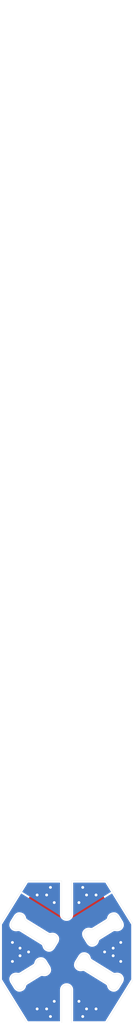
<source format=kicad_pcb>
(kicad_pcb (version 20241229) (generator "pcbnew") (generator_version "9.0")
  (layers (0 "F.Cu" signal) (2 "B.Cu" signal) (13 "F.Paste" user) (15 "B.Paste" user) (5 "F.SilkS" user "F.Silkscreen") (7 "B.SilkS" user "B.Silkscreen") (1 "F.Mask" user) (3 "B.Mask" user) (25 "Edge.Cuts" user))
  (net 0 "")
  (footprint "modules:v3.6-power_top" (layer "F.Cu") (at 0 0)
    (property "Reference" "")
    (property "Value" "")
    (fp_line (start -7.000089 97.060225) (end -7.000089 102.93997) (stroke (width 0.014142)) (layer "Edge.Cuts"))
    (fp_line (start -7.000089 102.93997) (end -4.180106 107.4999) (stroke (width 0.014142)) (layer "Edge.Cuts"))
    (fp_line (start -5.831124 102.84765) (end -5.829722 102.811067) (stroke (width 0.014142)) (layer "Edge.Cuts"))
    (fp_line (start -5.831114 97.151507) (end -5.828068 97.117073) (stroke (width 0.014142)) (layer "Edge.Cuts"))
    (fp_line (start -5.829722 102.811067) (end -5.824065 102.772943) (stroke (width 0.014142)) (layer "Edge.Cuts"))
    (fp_line (start -5.829685 97.188093) (end -5.831114 97.151507) (stroke (width 0.014142)) (layer "Edge.Cuts"))
    (fp_line (start -5.828069 102.88208) (end -5.831124 102.84765) (stroke (width 0.014142)) (layer "Edge.Cuts"))
    (fp_line (start -5.828068 97.117073) (end -5.818767 97.064383) (stroke (width 0.014142)) (layer "Edge.Cuts"))
    (fp_line (start -5.824065 102.772943) (end -5.814357 102.733889) (stroke (width 0.014142)) (layer "Edge.Cuts"))
    (fp_line (start -5.823986 97.22622) (end -5.829685 97.188093) (stroke (width 0.014142)) (layer "Edge.Cuts"))
    (fp_line (start -5.818797 102.934771) (end -5.828069 102.88208) (stroke (width 0.014142)) (layer "Edge.Cuts"))
    (fp_line (start -5.818767 97.064383) (end -5.809105 97.019227) (stroke (width 0.014142)) (layer "Edge.Cuts"))
    (fp_line (start -5.814357 102.733889) (end -5.8008 102.694519) (stroke (width 0.014142)) (layer "Edge.Cuts"))
    (fp_line (start -5.814224 97.265277) (end -5.823986 97.22622) (stroke (width 0.014142)) (layer "Edge.Cuts"))
    (fp_line (start -5.809209 102.979931) (end -5.818797 102.934771) (stroke (width 0.014142)) (layer "Edge.Cuts"))
    (fp_line (start -5.809105 97.019227) (end -5.798914 96.980477) (stroke (width 0.014142)) (layer "Edge.Cuts"))
    (fp_line (start -5.8008 102.694519) (end -5.783596 102.655443) (stroke (width 0.014142)) (layer "Edge.Cuts"))
    (fp_line (start -5.800606 97.30465) (end -5.814224 97.265277) (stroke (width 0.014142)) (layer "Edge.Cuts"))
    (fp_line (start -5.799119 103.018686) (end -5.809209 102.979931) (stroke (width 0.014142)) (layer "Edge.Cuts"))
    (fp_line (start -5.798914 96.980477) (end -5.788027 96.947004) (stroke (width 0.014142)) (layer "Edge.Cuts"))
    (fp_line (start -5.788341 103.052163) (end -5.799119 103.018686) (stroke (width 0.014142)) (layer "Edge.Cuts"))
    (fp_line (start -5.788027 96.947004) (end -5.776277 96.91768) (stroke (width 0.014142)) (layer "Edge.Cuts"))
    (fp_line (start -5.783596 102.655443) (end -5.762949 102.617273) (stroke (width 0.014142)) (layer "Edge.Cuts"))
    (fp_line (start -5.783338 97.343728) (end -5.800606 97.30465) (stroke (width 0.014142)) (layer "Edge.Cuts"))
    (fp_line (start -5.776692 103.081488) (end -5.788341 103.052163) (stroke (width 0.014142)) (layer "Edge.Cuts"))
    (fp_line (start -5.776277 96.91768) (end -5.763497 96.891374) (stroke (width 0.014142)) (layer "Edge.Cuts"))
    (fp_line (start -5.763985 103.107788) (end -5.776692 103.081488) (stroke (width 0.014142)) (layer "Edge.Cuts"))
    (fp_line (start -5.763497 96.891374) (end -5.74952 96.86696) (stroke (width 0.014142)) (layer "Edge.Cuts"))
    (fp_line (start -5.762949 102.617273) (end -5.739062 102.580621) (stroke (width 0.014142)) (layer "Edge.Cuts"))
    (fp_line (start -5.762627 97.381898) (end -5.783338 97.343728) (stroke (width 0.014142)) (layer "Edge.Cuts"))
    (fp_line (start -5.750037 103.13219) (end -5.763985 103.107788) (stroke (width 0.014142)) (layer "Edge.Cuts"))
    (fp_line (start -5.74952 96.86696) (end -5.372799 96.258212) (stroke (width 0.014142)) (layer "Edge.Cuts"))
    (fp_line (start -5.739062 102.580621) (end -5.712136 102.546099) (stroke (width 0.014142)) (layer "Edge.Cuts"))
    (fp_line (start -5.738678 97.418549) (end -5.762627 97.381898) (stroke (width 0.014142)) (layer "Edge.Cuts"))
    (fp_line (start -5.712136 102.546099) (end -5.682376 102.514318) (stroke (width 0.014142)) (layer "Edge.Cuts"))
    (fp_line (start -5.711699 97.453069) (end -5.738678 97.418549) (stroke (width 0.014142)) (layer "Edge.Cuts"))
    (fp_line (start -5.682376 102.514318) (end -5.649983 102.485892) (stroke (width 0.014142)) (layer "Edge.Cuts"))
    (fp_line (start -5.681896 97.484845) (end -5.711699 97.453069) (stroke (width 0.014142)) (layer "Edge.Cuts"))
    (fp_line (start -5.649983 102.485892) (end -5.615161 102.46143) (stroke (width 0.014142)) (layer "Edge.Cuts"))
    (fp_line (start -5.649476 97.513265) (end -5.681896 97.484845) (stroke (width 0.014142)) (layer "Edge.Cuts"))
    (fp_line (start -5.615161 102.46143) (end -5.576006 102.438817) (stroke (width 0.014142)) (layer "Edge.Cuts"))
    (fp_line (start -5.614644 97.537718) (end -5.649476 97.513265) (stroke (width 0.014142)) (layer "Edge.Cuts"))
    (fp_line (start -5.576006 102.438817) (end -5.537031 102.419535) (stroke (width 0.014142)) (layer "Edge.Cuts"))
    (fp_line (start -5.575489 97.560331) (end -5.614644 97.537718) (stroke (width 0.014142)) (layer "Edge.Cuts"))
    (fp_line (start -5.537031 102.419535) (end -5.498259 102.403521) (stroke (width 0.014142)) (layer "Edge.Cuts"))
    (fp_line (start -5.536514 97.579638) (end -5.575489 97.560331) (stroke (width 0.014142)) (layer "Edge.Cuts"))
    (fp_line (start -5.498259 102.403521) (end -5.459713 102.390711) (stroke (width 0.014142)) (layer "Edge.Cuts"))
    (fp_line (start -5.497742 97.595695) (end -5.536514 97.579638) (stroke (width 0.014142)) (layer "Edge.Cuts"))
    (fp_line (start -5.459713 102.390711) (end -5.421417 102.381042) (stroke (width 0.014142)) (layer "Edge.Cuts"))
    (fp_line (start -5.459197 97.608562) (end -5.497742 97.595695) (stroke (width 0.014142)) (layer "Edge.Cuts"))
    (fp_line (start -5.421417 102.381042) (end -5.383392 102.37445) (stroke (width 0.014142)) (layer "Edge.Cuts"))
    (fp_line (start -5.4209 97.618297) (end -5.459197 97.608562) (stroke (width 0.014142)) (layer "Edge.Cuts"))
    (fp_line (start -5.383392 102.37445) (end -5.345661 102.370872) (stroke (width 0.014142)) (layer "Edge.Cuts"))
    (fp_line (start -5.382874 97.624958) (end -5.4209 97.618297) (stroke (width 0.014142)) (layer "Edge.Cuts"))
    (fp_line (start -5.373315 103.74146) (end -5.750037 103.13219) (stroke (width 0.014142)) (layer "Edge.Cuts"))
    (fp_line (start -5.372799 96.258212) (end -5.357165 96.234566) (stroke (width 0.014142)) (layer "Edge.Cuts"))
    (fp_line (start -5.357682 103.765117) (end -5.373315 103.74146) (stroke (width 0.014142)) (layer "Edge.Cuts"))
    (fp_line (start -5.357165 96.234566) (end -5.339308 96.211171) (stroke (width 0.014142)) (layer "Edge.Cuts"))
    (fp_line (start -5.345661 102.370872) (end -5.308247 102.370245) (stroke (width 0.014142)) (layer "Edge.Cuts"))
    (fp_line (start -5.345143 97.628604) (end -5.382874 97.624958) (stroke (width 0.014142)) (layer "Edge.Cuts"))
    (fp_line (start -5.339824 103.788519) (end -5.357682 103.765117) (stroke (width 0.014142)) (layer "Edge.Cuts"))
    (fp_line (start -5.339308 96.211171) (end -5.318298 96.187379) (stroke (width 0.014142)) (layer "Edge.Cuts"))
    (fp_line (start -5.318814 103.812315) (end -5.339824 103.788519) (stroke (width 0.014142)) (layer "Edge.Cuts"))
    (fp_line (start -5.318298 96.187379) (end -5.293208 96.162541) (stroke (width 0.014142)) (layer "Edge.Cuts"))
    (fp_line (start -5.308247 102.370245) (end -5.271172 102.372504) (stroke (width 0.014142)) (layer "Edge.Cuts"))
    (fp_line (start -5.307729 97.629292) (end -5.345143 97.628604) (stroke (width 0.014142)) (layer "Edge.Cuts"))
    (fp_line (start -5.293723 103.837152) (end -5.318814 103.812315) (stroke (width 0.014142)) (layer "Edge.Cuts"))
    (fp_line (start -5.293208 96.162541) (end -5.26311 96.13601) (stroke (width 0.014142)) (layer "Edge.Cuts"))
    (fp_line (start -5.271172 102.372504) (end -5.23446 102.377587) (stroke (width 0.014142)) (layer "Edge.Cuts"))
    (fp_line (start -5.270654 97.627082) (end -5.307729 97.629292) (stroke (width 0.014142)) (layer "Edge.Cuts"))
    (fp_line (start -5.263625 103.863678) (end -5.293723 103.837152) (stroke (width 0.014142)) (layer "Edge.Cuts"))
    (fp_line (start -5.26311 96.13601) (end -5.227077 96.107138) (stroke (width 0.014142)) (layer "Edge.Cuts"))
    (fp_line (start -5.23446 102.377587) (end -5.198133 102.38543) (stroke (width 0.014142)) (layer "Edge.Cuts"))
    (fp_line (start -5.233942 97.622031) (end -5.270654 97.627082) (stroke (width 0.014142)) (layer "Edge.Cuts"))
    (fp_line (start -5.227592 103.892541) (end -5.263625 103.863678) (stroke (width 0.014142)) (layer "Edge.Cuts"))
    (fp_line (start -5.227077 96.107138) (end -5.18418 96.075276) (stroke (width 0.014142)) (layer "Edge.Cuts"))
    (fp_line (start -5.198133 102.38543) (end -5.15823 102.393923) (stroke (width 0.014142)) (layer "Edge.Cuts"))
    (fp_line (start -5.197615 97.614198) (end -5.233942 97.622031) (stroke (width 0.014142)) (layer "Edge.Cuts"))
    (fp_line (start -5.184696 103.92439) (end -5.227592 103.892541) (stroke (width 0.014142)) (layer "Edge.Cuts"))
    (fp_line (start -5.18418 96.075276) (end -5.154792 96.057165) (stroke (width 0.014142)) (layer "Edge.Cuts"))
    (fp_line (start -5.15823 102.393923) (end -5.118122 102.399142) (stroke (width 0.014142)) (layer "Edge.Cuts"))
    (fp_line (start -5.157712 97.605717) (end -5.197615 97.614198) (stroke (width 0.014142)) (layer "Edge.Cuts"))
    (fp_line (start -5.157707 103.941165) (end -5.184696 103.92439) (stroke (width 0.014142)) (layer "Edge.Cuts"))
    (fp_line (start -5.154792 96.057165) (end -5.121395 96.042113) (stroke (width 0.014142)) (layer "Edge.Cuts"))
    (fp_line (start -5.127248 103.955319) (end -5.157707 103.941165) (stroke (width 0.014142)) (layer "Edge.Cuts"))
    (fp_line (start -5.121395 96.042113) (end -5.084521 96.03029) (stroke (width 0.014142)) (layer "Edge.Cuts"))
    (fp_line (start -5.118122 102.399142) (end -5.077989 102.401122) (stroke (width 0.014142)) (layer "Edge.Cuts"))
    (fp_line (start -5.117604 97.600502) (end -5.157712 97.605717) (stroke (width 0.014142)) (layer "Edge.Cuts"))
    (fp_line (start -5.093748 103.966733) (end -5.127248 103.955319) (stroke (width 0.014142)) (layer "Edge.Cuts"))
    (fp_line (start -5.084521 96.03029) (end -5.044702 96.021862) (stroke (width 0.014142)) (layer "Edge.Cuts"))
    (fp_line (start -5.077989 102.401122) (end -5.038012 102.399894) (stroke (width 0.014142)) (layer "Edge.Cuts"))
    (fp_line (start -5.07747 97.598523) (end -5.117604 97.600502) (stroke (width 0.014142)) (layer "Edge.Cuts"))
    (fp_line (start -5.057632 103.97529) (end -5.093748 103.966733) (stroke (width 0.014142)) (layer "Edge.Cuts"))
    (fp_line (start -5.044702 96.021862) (end -5.002469 96.016998) (stroke (width 0.014142)) (layer "Edge.Cuts"))
    (fp_line (start -5.038012 102.399894) (end -4.998374 102.395493) (stroke (width 0.014142)) (layer "Edge.Cuts"))
    (fp_line (start -5.037494 97.599746) (end -5.07747 97.598523) (stroke (width 0.014142)) (layer "Edge.Cuts"))
    (fp_line (start -5.019331 103.98087) (end -5.057632 103.97529) (stroke (width 0.014142)) (layer "Edge.Cuts"))
    (fp_line (start -5.002469 96.016998) (end -4.958354 96.015866) (stroke (width 0.014142)) (layer "Edge.Cuts"))
    (fp_line (start -4.998374 102.395493) (end -4.959254 102.38795) (stroke (width 0.014142)) (layer "Edge.Cuts"))
    (fp_line (start -4.997855 97.604142) (end -5.037494 97.599746) (stroke (width 0.014142)) (layer "Edge.Cuts"))
    (fp_line (start -4.979269 103.983357) (end -5.019331 103.98087) (stroke (width 0.014142)) (layer "Edge.Cuts"))
    (fp_line (start -4.959254 102.38795) (end -4.920835 102.3773) (stroke (width 0.014142)) (layer "Edge.Cuts"))
    (fp_line (start -4.958736 97.611677) (end -4.997855 97.604142) (stroke (width 0.014142)) (layer "Edge.Cuts"))
    (fp_line (start -4.958354 96.015866) (end -4.92436 96.017569) (stroke (width 0.014142)) (layer "Edge.Cuts"))
    (fp_line (start -4.937877 103.982631) (end -4.979269 103.983357) (stroke (width 0.014142)) (layer "Edge.Cuts"))
    (fp_line (start -4.92436 96.017569) (end -4.889852 96.021514) (stroke (width 0.014142)) (layer "Edge.Cuts"))
    (fp_line (start -4.920835 102.3773) (end -4.883298 102.363574) (stroke (width 0.014142)) (layer "Edge.Cuts"))
    (fp_line (start -4.920317 97.622321) (end -4.958736 97.611677) (stroke (width 0.014142)) (layer "Edge.Cuts"))
    (fp_line (start -4.89558 103.978574) (end -4.937877 103.982631) (stroke (width 0.014142)) (layer "Edge.Cuts"))
    (fp_line (start -4.889852 96.021514) (end -4.855061 96.027757) (stroke (width 0.014142)) (layer "Edge.Cuts"))
    (fp_line (start -4.883298 102.363574) (end -4.846824 102.346807) (stroke (width 0.014142)) (layer "Edge.Cuts"))
    (fp_line (start -4.88278 97.636042) (end -4.920317 97.622321) (stroke (width 0.014142)) (layer "Edge.Cuts"))
    (fp_line (start -4.855061 96.027757) (end -4.82022 96.036356) (stroke (width 0.014142)) (layer "Edge.Cuts"))
    (fp_line (start -4.852807 103.971068) (end -4.89558 103.978574) (stroke (width 0.014142)) (layer "Edge.Cuts"))
    (fp_line (start -4.846824 102.346807) (end -4.811593 102.32703) (stroke (width 0.014142)) (layer "Edge.Cuts"))
    (fp_line (start -4.846306 97.652808) (end -4.88278 97.636042) (stroke (width 0.014142)) (layer "Edge.Cuts"))
    (fp_line (start -4.82022 96.036356) (end -4.78556 96.047366) (stroke (width 0.014142)) (layer "Edge.Cuts"))
    (fp_line (start -4.811593 102.32703) (end -3.423047 101.46869) (stroke (width 0.014142)) (layer "Edge.Cuts"))
    (fp_line (start -4.811076 97.672588) (end -4.846306 97.652808) (stroke (width 0.014142)) (layer "Edge.Cuts"))
    (fp_line (start -4.809985 103.959995) (end -4.852807 103.971068) (stroke (width 0.014142)) (layer "Edge.Cuts"))
    (fp_line (start -4.78556 96.047366) (end -4.751313 96.060844) (stroke (width 0.014142)) (layer "Edge.Cuts"))
    (fp_line (start -4.767542 103.945236) (end -4.809985 103.959995) (stroke (width 0.014142)) (layer "Edge.Cuts"))
    (fp_line (start -4.751313 96.060844) (end -4.71771 96.076845) (stroke (width 0.014142)) (layer "Edge.Cuts"))
    (fp_line (start -4.725905 103.926674) (end -4.767542 103.945236) (stroke (width 0.014142)) (layer "Edge.Cuts"))
    (fp_line (start -4.71771 96.076845) (end -4.684985 96.095426) (stroke (width 0.014142)) (layer "Edge.Cuts"))
    (fp_line (start -4.685502 103.90419) (end -4.725905 103.926674) (stroke (width 0.014142)) (layer "Edge.Cuts"))
    (fp_line (start -4.684985 96.095423) (end -4.651292 96.118222) (stroke (width 0.014142)) (layer "Edge.Cuts"))
    (fp_line (start -4.684985 96.095426) (end -4.684985 96.095423) (stroke (width 0.014142)) (layer "Edge.Cuts"))
    (fp_line (start -4.651794 103.881381) (end -4.685502 103.90419) (stroke (width 0.014142)) (layer "Edge.Cuts"))
    (fp_line (start -4.651292 96.118222) (end -4.619772 96.143513) (stroke (width 0.014142)) (layer "Edge.Cuts"))
    (fp_line (start -4.620234 103.856084) (end -4.651794 103.881381) (stroke (width 0.014142)) (layer "Edge.Cuts"))
    (fp_line (start -4.619772 96.143513) (end -4.590535 96.171131) (stroke (width 0.014142)) (layer "Edge.Cuts"))
    (fp_line (start -4.59094 103.828463) (end -4.620234 103.856084) (stroke (width 0.014142)) (layer "Edge.Cuts"))
    (fp_line (start -4.590535 96.171131) (end -4.563695 96.200913) (stroke (width 0.014142)) (layer "Edge.Cuts"))
    (fp_line (start -4.564029 103.798682) (end -4.59094 103.828463) (stroke (width 0.014142)) (layer "Edge.Cuts"))
    (fp_line (start -4.563695 96.200913) (end -4.53936 96.232693) (stroke (width 0.014142)) (layer "Edge.Cuts"))
    (fp_line (start -4.539618 103.766904) (end -4.564029 103.798682) (stroke (width 0.014142)) (layer "Edge.Cuts"))
    (fp_line (start -4.53936 96.232693) (end -4.517642 96.266307) (stroke (width 0.014142)) (layer "Edge.Cuts"))
    (fp_line (start -4.517824 103.733293) (end -4.539618 103.766904) (stroke (width 0.014142)) (layer "Edge.Cuts"))
    (fp_line (start -4.517642 96.266307) (end -4.498652 96.301592) (stroke (width 0.014142)) (layer "Edge.Cuts"))
    (fp_line (start -4.498765 103.698013) (end -4.517824 103.733293) (stroke (width 0.014142)) (layer "Edge.Cuts"))
    (fp_line (start -4.498652 96.301592) (end -4.482501 96.338381) (stroke (width 0.014142)) (layer "Edge.Cuts"))
    (fp_line (start -4.482556 103.661229) (end -4.498765 103.698013) (stroke (width 0.014142)) (layer "Edge.Cuts"))
    (fp_line (start -4.482501 96.338381) (end -4.4693 96.376511) (stroke (width 0.014142)) (layer "Edge.Cuts"))
    (fp_line (start -4.469315 103.623103) (end -4.482556 103.661229) (stroke (width 0.014142)) (layer "Edge.Cuts"))
    (fp_line (start -4.4693 96.376511) (end -4.459159 96.415818) (stroke (width 0.014142)) (layer "Edge.Cuts"))
    (fp_line (start -4.459159 96.415818) (end -4.449048 96.455104) (stroke (width 0.014142)) (layer "Edge.Cuts"))
    (fp_line (start -4.459159 103.5838) (end -4.469315 103.623103) (stroke (width 0.014142)) (layer "Edge.Cuts"))
    (fp_line (start -4.449061 103.544514) (end -4.459159 103.5838) (stroke (width 0.014142)) (layer "Edge.Cuts"))
    (fp_line (start -4.449048 96.455104) (end -4.435915 96.493153) (stroke (width 0.014142)) (layer "Edge.Cuts"))
    (fp_line (start -4.435967 103.506465) (end -4.449061 103.544514) (stroke (width 0.014142)) (layer "Edge.Cuts"))
    (fp_line (start -4.435915 96.493153) (end -4.419872 96.529816) (stroke (width 0.014142)) (layer "Edge.Cuts"))
    (fp_line (start -4.419981 103.469802) (end -4.435967 103.506465) (stroke (width 0.014142)) (layer "Edge.Cuts"))
    (fp_line (start -4.419872 96.529816) (end -4.401029 96.564945) (stroke (width 0.014142)) (layer "Edge.Cuts"))
    (fp_line (start -4.401209 103.434672) (end -4.419981 103.469802) (stroke (width 0.014142)) (layer "Edge.Cuts"))
    (fp_line (start -4.401029 96.564945) (end -4.379497 96.598391) (stroke (width 0.014142)) (layer "Edge.Cuts"))
    (fp_line (start -4.379754 103.401226) (end -4.401209 103.434672) (stroke (width 0.014142)) (layer "Edge.Cuts"))
    (fp_line (start -4.379497 96.598391) (end -4.355388 96.630005) (stroke (width 0.014142)) (layer "Edge.Cuts"))
    (fp_line (start -4.355722 103.369612) (end -4.379754 103.401226) (stroke (width 0.014142)) (layer "Edge.Cuts"))
    (fp_line (start -4.355388 96.630005) (end -4.328813 96.65964) (stroke (width 0.014142)) (layer "Edge.Cuts"))
    (fp_line (start -4.329218 103.339977) (end -4.355722 103.369612) (stroke (width 0.014142)) (layer "Edge.Cuts"))
    (fp_line (start -4.328813 96.65964) (end -4.299882 96.687146) (stroke (width 0.014142)) (layer "Edge.Cuts"))
    (fp_line (start -4.300346 103.312471) (end -4.329218 103.339977) (stroke (width 0.014142)) (layer "Edge.Cuts"))
    (fp_line (start -4.299882 96.687146) (end -4.268708 96.712375) (stroke (width 0.014142)) (layer "Edge.Cuts"))
    (fp_line (start -4.269211 103.287243) (end -4.300346 103.312471) (stroke (width 0.014142)) (layer "Edge.Cuts"))
    (fp_line (start -4.268708 96.712375) (end -4.2354 96.735178) (stroke (width 0.014142)) (layer "Edge.Cuts"))
    (fp_line (start -4.235917 103.26444) (end -4.269211 103.287243) (stroke (width 0.014142)) (layer "Edge.Cuts"))
    (fp_line (start -4.2354 96.735178) (end -1.934765 98.156797) (stroke (width 0.014142)) (layer "Edge.Cuts"))
    (fp_line (start -4.180106 92.499779) (end -7.000089 97.060225) (stroke (width 0.014142)) (layer "Edge.Cuts"))
    (fp_line (start -4.180106 107.4999) (end -0.515731 107.4999) (stroke (width 0.014142)) (layer "Edge.Cuts"))
    (fp_line (start -3.423047 101.46869) (end -3.389595 101.446014) (stroke (width 0.014142)) (layer "Edge.Cuts"))
    (fp_line (start -3.389595 101.446014) (end -3.358272 101.420866) (stroke (width 0.014142)) (layer "Edge.Cuts"))
    (fp_line (start -3.358272 101.420866) (end -3.32919 101.393397) (stroke (width 0.014142)) (layer "Edge.Cuts"))
    (fp_line (start -3.32919 101.393397) (end -3.302459 101.363759) (stroke (width 0.014142)) (layer "Edge.Cuts"))
    (fp_line (start -3.302459 101.363759) (end -3.278193 101.332101) (stroke (width 0.014142)) (layer "Edge.Cuts"))
    (fp_line (start -3.278193 101.332101) (end -3.256502 101.298576) (stroke (width 0.014142)) (layer "Edge.Cuts"))
    (fp_line (start -3.256502 101.298576) (end -3.2375 101.263333) (stroke (width 0.014142)) (layer "Edge.Cuts"))
    (fp_line (start -3.2375 101.263333) (end -3.221297 101.226524) (stroke (width 0.014142)) (layer "Edge.Cuts"))
    (fp_line (start -3.221297 101.226524) (end -3.208005 101.188299) (stroke (width 0.014142)) (layer "Edge.Cuts"))
    (fp_line (start -3.208005 101.188299) (end -3.197738 101.14881) (stroke (width 0.014142)) (layer "Edge.Cuts"))
    (fp_line (start -3.197738 101.14881) (end -3.187463 101.109294) (stroke (width 0.014142)) (layer "Edge.Cuts"))
    (fp_line (start -3.187463 101.109294) (end -3.174146 101.070993) (stroke (width 0.014142)) (layer "Edge.Cuts"))
    (fp_line (start -3.174146 101.070993) (end -3.157893 101.034066) (stroke (width 0.014142)) (layer "Edge.Cuts"))
    (fp_line (start -3.157893 101.034066) (end -3.138811 100.998672) (stroke (width 0.014142)) (layer "Edge.Cuts"))
    (fp_line (start -3.138811 100.998672) (end -3.117006 100.964969) (stroke (width 0.014142)) (layer "Edge.Cuts"))
    (fp_line (start -3.117006 100.964969) (end -3.092586 100.933116) (stroke (width 0.014142)) (layer "Edge.Cuts"))
    (fp_line (start -3.092586 100.933116) (end -3.065656 100.903272) (stroke (width 0.014142)) (layer "Edge.Cuts"))
    (fp_line (start -3.065656 100.903272) (end -3.036324 100.875596) (stroke (width 0.014142)) (layer "Edge.Cuts"))
    (fp_line (start -3.036324 100.875596) (end -3.004696 100.850245) (stroke (width 0.014142)) (layer "Edge.Cuts"))
    (fp_line (start -3.004696 100.850245) (end -2.970878 100.82738) (stroke (width 0.014142)) (layer "Edge.Cuts"))
    (fp_line (start -2.970878 100.82738) (end -2.938157 100.808854) (stroke (width 0.014142)) (layer "Edge.Cuts"))
    (fp_line (start -2.938157 100.808854) (end -2.904553 100.792911) (stroke (width 0.014142)) (layer "Edge.Cuts"))
    (fp_line (start -2.904553 100.792911) (end -2.8703 100.77949) (stroke (width 0.014142)) (layer "Edge.Cuts"))
    (fp_line (start -2.8703 100.77949) (end -2.835632 100.76853) (stroke (width 0.014142)) (layer "Edge.Cuts"))
    (fp_line (start -2.835632 100.76853) (end -2.800784 100.75997) (stroke (width 0.014142)) (layer "Edge.Cuts"))
    (fp_line (start -2.800784 100.75997) (end -2.765991 100.753749) (stroke (width 0.014142)) (layer "Edge.Cuts"))
    (fp_line (start -2.785876 102.36837) (end -4.235917 103.26444) (stroke (width 0.014142)) (layer "Edge.Cuts"))
    (fp_line (start -2.765991 100.753749) (end -2.731488 100.749806) (stroke (width 0.014142)) (layer "Edge.Cuts"))
    (fp_line (start -2.763365 102.356997) (end -2.785876 102.36837) (stroke (width 0.014142)) (layer "Edge.Cuts"))
    (fp_line (start -2.735639 102.347092) (end -2.763365 102.356997) (stroke (width 0.014142)) (layer "Edge.Cuts"))
    (fp_line (start -2.731488 100.749806) (end -2.697509 100.74808) (stroke (width 0.014142)) (layer "Edge.Cuts"))
    (fp_line (start -2.70342 102.338974) (end -2.735639 102.347092) (stroke (width 0.014142)) (layer "Edge.Cuts"))
    (fp_line (start -2.697509 100.74808) (end -2.653416 100.749062) (stroke (width 0.014142)) (layer "Edge.Cuts"))
    (fp_line (start -2.66743 102.332961) (end -2.70342 102.338974) (stroke (width 0.014142)) (layer "Edge.Cuts"))
    (fp_line (start -2.653416 100.749062) (end -2.611194 100.753873) (stroke (width 0.014142)) (layer "Edge.Cuts"))
    (fp_line (start -2.628391 102.329375) (end -2.66743 102.332961) (stroke (width 0.014142)) (layer "Edge.Cuts"))
    (fp_line (start -2.611194 100.753873) (end -2.571377 100.762305) (stroke (width 0.014142)) (layer "Edge.Cuts"))
    (fp_line (start -2.587024 102.328533) (end -2.628391 102.329375) (stroke (width 0.014142)) (layer "Edge.Cuts"))
    (fp_line (start -2.571936 99.056483) (end -4.811076 97.672588) (stroke (width 0.014142)) (layer "Edge.Cuts"))
    (fp_line (start -2.571377 100.762305) (end -2.534498 100.774154) (stroke (width 0.014142)) (layer "Edge.Cuts"))
    (fp_line (start -2.544053 102.330755) (end -2.587024 102.328533) (stroke (width 0.014142)) (layer "Edge.Cuts"))
    (fp_line (start -2.538485 99.079157) (end -2.571936 99.056483) (stroke (width 0.014142)) (layer "Edge.Cuts"))
    (fp_line (start -2.534498 100.774154) (end -2.501089 100.789214) (stroke (width 0.014142)) (layer "Edge.Cuts"))
    (fp_line (start -2.507162 99.104304) (end -2.538485 99.079157) (stroke (width 0.014142)) (layer "Edge.Cuts"))
    (fp_line (start -2.501089 100.789214) (end -2.471684 100.80728) (stroke (width 0.014142)) (layer "Edge.Cuts"))
    (fp_line (start -2.500197 102.336361) (end -2.544053 102.330755) (stroke (width 0.014142)) (layer "Edge.Cuts"))
    (fp_line (start -2.478079 99.131772) (end -2.507162 99.104304) (stroke (width 0.014142)) (layer "Edge.Cuts"))
    (fp_line (start -2.471684 100.80727) (end -2.428759 100.839038) (stroke (width 0.014142)) (layer "Edge.Cuts"))
    (fp_line (start -2.471684 100.80728) (end -2.471684 100.80727) (stroke (width 0.014142)) (layer "Edge.Cuts"))
    (fp_line (start -2.45618 102.34567) (end -2.500197 102.336361) (stroke (width 0.014142)) (layer "Edge.Cuts"))
    (fp_line (start -2.451348 99.16141) (end -2.478079 99.131772) (stroke (width 0.014142)) (layer "Edge.Cuts"))
    (fp_line (start -2.428759 100.839038) (end -2.392711 100.867828) (stroke (width 0.014142)) (layer "Edge.Cuts"))
    (fp_line (start -2.427082 99.193068) (end -2.451348 99.16141) (stroke (width 0.014142)) (layer "Edge.Cuts"))
    (fp_line (start -2.416492 102.354167) (end -2.45618 102.34567) (stroke (width 0.014142)) (layer "Edge.Cuts"))
    (fp_line (start -2.405391 99.226594) (end -2.427082 99.193068) (stroke (width 0.014142)) (layer "Edge.Cuts"))
    (fp_line (start -2.392711 100.867828) (end -2.362609 100.894287) (stroke (width 0.014142)) (layer "Edge.Cuts"))
    (fp_line (start -2.386388 99.261837) (end -2.405391 99.226594) (stroke (width 0.014142)) (layer "Edge.Cuts"))
    (fp_line (start -2.376485 102.359397) (end -2.416492 102.354167) (stroke (width 0.014142)) (layer "Edge.Cuts"))
    (fp_line (start -2.370185 99.298646) (end -2.386388 99.261837) (stroke (width 0.014142)) (layer "Edge.Cuts"))
    (fp_line (start -2.362609 100.894287) (end -2.337524 100.919057) (stroke (width 0.014142)) (layer "Edge.Cuts"))
    (fp_line (start -2.356894 99.336871) (end -2.370185 99.298646) (stroke (width 0.014142)) (layer "Edge.Cuts"))
    (fp_line (start -2.346627 99.376359) (end -2.356894 99.336871) (stroke (width 0.014142)) (layer "Edge.Cuts"))
    (fp_line (start -2.337524 100.919057) (end -2.316525 100.942785) (stroke (width 0.014142)) (layer "Edge.Cuts"))
    (fp_line (start -2.336356 102.361386) (end -2.376485 102.359397) (stroke (width 0.014142)) (layer "Edge.Cuts"))
    (fp_line (start -2.336353 99.41589) (end -2.346627 99.376359) (stroke (width 0.014142)) (layer "Edge.Cuts"))
    (fp_line (start -2.323036 99.45423) (end -2.336353 99.41589) (stroke (width 0.014142)) (layer "Edge.Cuts"))
    (fp_line (start -2.316525 100.942785) (end -2.298682 100.966114) (stroke (width 0.014142)) (layer "Edge.Cuts"))
    (fp_line (start -2.306784 99.491213) (end -2.323036 99.45423) (stroke (width 0.014142)) (layer "Edge.Cuts"))
    (fp_line (start -2.298682 100.966114) (end -2.283065 100.98969) (stroke (width 0.014142)) (layer "Edge.Cuts"))
    (fp_line (start -2.296302 102.36016) (end -2.336356 102.361386) (stroke (width 0.014142)) (layer "Edge.Cuts"))
    (fp_line (start -2.287701 99.526675) (end -2.306784 99.491213) (stroke (width 0.014142)) (layer "Edge.Cuts"))
    (fp_line (start -2.283065 100.98969) (end -1.90686 101.59895) (stroke (width 0.014142)) (layer "Edge.Cuts"))
    (fp_line (start -2.265897 99.560452) (end -2.287701 99.526675) (stroke (width 0.014142)) (layer "Edge.Cuts"))
    (fp_line (start -2.256522 102.355745) (end -2.296302 102.36016) (stroke (width 0.014142)) (layer "Edge.Cuts"))
    (fp_line (start -2.241476 99.59238) (end -2.265897 99.560452) (stroke (width 0.014142)) (layer "Edge.Cuts"))
    (fp_line (start -2.217211 102.348168) (end -2.256522 102.355745) (stroke (width 0.014142)) (layer "Edge.Cuts"))
    (fp_line (start -2.214546 99.622293) (end -2.241476 99.59238) (stroke (width 0.014142)) (layer "Edge.Cuts"))
    (fp_line (start -2.185213 99.650028) (end -2.214546 99.622293) (stroke (width 0.014142)) (layer "Edge.Cuts"))
    (fp_line (start -2.178567 102.337456) (end -2.217211 102.348168) (stroke (width 0.014142)) (layer "Edge.Cuts"))
    (fp_line (start -2.153585 99.67542) (end -2.185213 99.650028) (stroke (width 0.014142)) (layer "Edge.Cuts"))
    (fp_line (start -2.140787 102.323635) (end -2.178567 102.337456) (stroke (width 0.014142)) (layer "Edge.Cuts"))
    (fp_line (start -2.119767 99.698304) (end -2.153585 99.67542) (stroke (width 0.014142)) (layer "Edge.Cuts"))
    (fp_line (start -2.104068 102.306731) (end -2.140787 102.323635) (stroke (width 0.014142)) (layer "Edge.Cuts"))
    (fp_line (start -2.079377 99.720716) (end -2.119767 99.698304) (stroke (width 0.014142)) (layer "Edge.Cuts"))
    (fp_line (start -2.068607 102.28677) (end -2.104068 102.306731) (stroke (width 0.014142)) (layer "Edge.Cuts"))
    (fp_line (start -2.037751 99.739206) (end -2.079377 99.720716) (stroke (width 0.014142)) (layer "Edge.Cuts"))
    (fp_line (start -2.03043 102.260692) (end -2.068607 102.28677) (stroke (width 0.014142)) (layer "Edge.Cuts"))
    (fp_line (start -1.995318 99.753893) (end -2.037751 99.739206) (stroke (width 0.014142)) (layer "Edge.Cuts"))
    (fp_line (start -1.995203 102.231768) (end -2.03043 102.260692) (stroke (width 0.014142)) (layer "Edge.Cuts"))
    (fp_line (start -1.963014 102.20043) (end -1.995203 102.231768) (stroke (width 0.014142)) (layer "Edge.Cuts"))
    (fp_line (start -1.952504 99.764896) (end -1.995318 99.753893) (stroke (width 0.014142)) (layer "Edge.Cuts"))
    (fp_line (start -1.934765 98.156797) (end -1.912254 98.168172) (stroke (width 0.014142)) (layer "Edge.Cuts"))
    (fp_line (start -1.933949 102.167112) (end -1.963014 102.20043) (stroke (width 0.014142)) (layer "Edge.Cuts"))
    (fp_line (start -1.912254 98.168172) (end -1.884529 98.178084) (stroke (width 0.014142)) (layer "Edge.Cuts"))
    (fp_line (start -1.909738 99.772337) (end -1.952504 99.764896) (stroke (width 0.014142)) (layer "Edge.Cuts"))
    (fp_line (start -1.908095 102.132246) (end -1.933949 102.167112) (stroke (width 0.014142)) (layer "Edge.Cuts"))
    (fp_line (start -1.90686 101.59895) (end -1.892685 101.623519) (stroke (width 0.014142)) (layer "Edge.Cuts"))
    (fp_line (start -1.892685 101.623519) (end -1.879703 101.649971) (stroke (width 0.014142)) (layer "Edge.Cuts"))
    (fp_line (start -1.885539 102.096266) (end -1.908095 102.132246) (stroke (width 0.014142)) (layer "Edge.Cuts"))
    (fp_line (start -1.884529 98.178084) (end -1.85231 98.186212) (stroke (width 0.014142)) (layer "Edge.Cuts"))
    (fp_line (start -1.879703 101.649971) (end -1.867759 101.679423) (stroke (width 0.014142)) (layer "Edge.Cuts"))
    (fp_line (start -1.867759 101.679423) (end -1.8567 101.712994) (stroke (width 0.014142)) (layer "Edge.Cuts"))
    (fp_line (start -1.867445 99.776333) (end -1.909738 99.772337) (stroke (width 0.014142)) (layer "Edge.Cuts"))
    (fp_line (start -1.866368 102.059605) (end -1.885539 102.096266) (stroke (width 0.014142)) (layer "Edge.Cuts"))
    (fp_line (start -1.8567 101.712994) (end -1.846369 101.7518) (stroke (width 0.014142)) (layer "Edge.Cuts"))
    (fp_line (start -1.85231 98.186212) (end -1.81632 98.192234) (stroke (width 0.014142)) (layer "Edge.Cuts"))
    (fp_line (start -1.850668 102.022696) (end -1.866368 102.059605) (stroke (width 0.014142)) (layer "Edge.Cuts"))
    (fp_line (start -1.846369 101.7518) (end -1.836614 101.796959) (stroke (width 0.014142)) (layer "Edge.Cuts"))
    (fp_line (start -1.838527 101.985972) (end -1.850668 102.022696) (stroke (width 0.014142)) (layer "Edge.Cuts"))
    (fp_line (start -1.836614 101.796959) (end -1.827278 101.84959) (stroke (width 0.014142)) (layer "Edge.Cuts"))
    (fp_line (start -1.83003 101.949867) (end -1.838527 101.985972) (stroke (width 0.014142)) (layer "Edge.Cuts"))
    (fp_line (start -1.827278 101.84959) (end -1.824319 101.881242) (stroke (width 0.014142)) (layer "Edge.Cuts"))
    (fp_line (start -1.826054 99.777006) (end -1.867445 99.776333) (stroke (width 0.014142)) (layer "Edge.Cuts"))
    (fp_line (start -1.825265 101.914812) (end -1.83003 101.949867) (stroke (width 0.014142)) (layer "Edge.Cuts"))
    (fp_line (start -1.824319 101.881242) (end -1.825265 101.914812) (stroke (width 0.014142)) (layer "Edge.Cuts"))
    (fp_line (start -1.81632 98.192234) (end -1.777281 98.19583) (stroke (width 0.014142)) (layer "Edge.Cuts"))
    (fp_line (start -1.785992 99.774474) (end -1.826054 99.777006) (stroke (width 0.014142)) (layer "Edge.Cuts"))
    (fp_line (start -1.777281 98.19583) (end -1.735914 98.196678) (stroke (width 0.014142)) (layer "Edge.Cuts"))
    (fp_line (start -1.747686 99.768857) (end -1.785992 99.774474) (stroke (width 0.014142)) (layer "Edge.Cuts"))
    (fp_line (start -1.735914 98.196678) (end -1.692943 98.194458) (stroke (width 0.014142)) (layer "Edge.Cuts"))
    (fp_line (start -1.711564 99.760275) (end -1.747686 99.768857) (stroke (width 0.014142)) (layer "Edge.Cuts"))
    (fp_line (start -1.692943 98.194458) (end -1.649087 98.188848) (stroke (width 0.014142)) (layer "Edge.Cuts"))
    (fp_line (start -1.678053 99.748847) (end -1.711564 99.760275) (stroke (width 0.014142)) (layer "Edge.Cuts"))
    (fp_line (start -1.649087 98.188848) (end -1.60507 98.179527) (stroke (width 0.014142)) (layer "Edge.Cuts"))
    (fp_line (start -1.64758 99.734694) (end -1.678053 99.748847) (stroke (width 0.014142)) (layer "Edge.Cuts"))
    (fp_line (start -1.620573 99.717934) (end -1.64758 99.734694) (stroke (width 0.014142)) (layer "Edge.Cuts"))
    (fp_line (start -1.60507 98.179527) (end -1.565381 98.171037) (stroke (width 0.014142)) (layer "Edge.Cuts"))
    (fp_line (start -1.577648 99.686167) (end -1.620573 99.717934) (stroke (width 0.014142)) (layer "Edge.Cuts"))
    (fp_line (start -1.565381 98.171037) (end -1.525373 98.165815) (stroke (width 0.014142)) (layer "Edge.Cuts"))
    (fp_line (start -1.5416 99.657376) (end -1.577648 99.686167) (stroke (width 0.014142)) (layer "Edge.Cuts"))
    (fp_line (start -1.525373 98.165815) (end -1.485244 98.163835) (stroke (width 0.014142)) (layer "Edge.Cuts"))
    (fp_line (start -1.511499 99.630917) (end -1.5416 99.657376) (stroke (width 0.014142)) (layer "Edge.Cuts"))
    (fp_line (start -1.486414 99.606146) (end -1.511499 99.630917) (stroke (width 0.014142)) (layer "Edge.Cuts"))
    (fp_line (start -1.485244 98.163835) (end -1.445191 98.16507) (stroke (width 0.014142)) (layer "Edge.Cuts"))
    (fp_line (start -1.465415 99.582418) (end -1.486414 99.606146) (stroke (width 0.014142)) (layer "Edge.Cuts"))
    (fp_line (start -1.447572 99.55909) (end -1.465415 99.582418) (stroke (width 0.014142)) (layer "Edge.Cuts"))
    (fp_line (start -1.445191 98.16507) (end -1.40541 98.169491) (stroke (width 0.014142)) (layer "Edge.Cuts"))
    (fp_line (start -1.431954 99.535517) (end -1.447572 99.55909) (stroke (width 0.014142)) (layer "Edge.Cuts"))
    (fp_line (start -1.40541 98.169491) (end -1.366099 98.177071) (stroke (width 0.014142)) (layer "Edge.Cuts"))
    (fp_line (start -1.366099 98.177071) (end -1.327455 98.187783) (stroke (width 0.014142)) (layer "Edge.Cuts"))
    (fp_line (start -1.327455 98.187783) (end -1.289675 98.2016) (stroke (width 0.014142)) (layer "Edge.Cuts"))
    (fp_line (start -1.289675 98.2016) (end -1.252957 98.218494) (stroke (width 0.014142)) (layer "Edge.Cuts"))
    (fp_line (start -1.252957 98.218494) (end -1.217497 98.238437) (stroke (width 0.014142)) (layer "Edge.Cuts"))
    (fp_line (start -1.217497 98.238437) (end -1.17932 98.264525) (stroke (width 0.014142)) (layer "Edge.Cuts"))
    (fp_line (start -1.17932 98.264525) (end -1.144093 98.293475) (stroke (width 0.014142)) (layer "Edge.Cuts"))
    (fp_line (start -1.144093 98.293475) (end -1.111904 98.324851) (stroke (width 0.014142)) (layer "Edge.Cuts"))
    (fp_line (start -1.111904 98.324851) (end -1.082839 98.358216) (stroke (width 0.014142)) (layer "Edge.Cuts"))
    (fp_line (start -1.082839 98.358216) (end -1.056985 98.393136) (stroke (width 0.014142)) (layer "Edge.Cuts"))
    (fp_line (start -1.056985 98.393136) (end -1.034428 98.429174) (stroke (width 0.014142)) (layer "Edge.Cuts"))
    (fp_line (start -1.055232 98.926767) (end -1.431954 99.535517) (stroke (width 0.014142)) (layer "Edge.Cuts"))
    (fp_line (start -1.041086 98.902206) (end -1.055232 98.926767) (stroke (width 0.014142)) (layer "Edge.Cuts"))
    (fp_line (start -1.034428 98.429174) (end -1.015257 98.465894) (stroke (width 0.014142)) (layer "Edge.Cuts"))
    (fp_line (start -1.028177 98.875758) (end -1.041086 98.902206) (stroke (width 0.014142)) (layer "Edge.Cuts"))
    (fp_line (start -1.016335 98.846307) (end -1.028177 98.875758) (stroke (width 0.014142)) (layer "Edge.Cuts"))
    (fp_line (start -1.015257 98.465894) (end -0.999556 98.50286) (stroke (width 0.014142)) (layer "Edge.Cuts"))
    (fp_line (start -1.005386 98.812735) (end -1.016335 98.846307) (stroke (width 0.014142)) (layer "Edge.Cuts"))
    (fp_line (start -0.999556 98.50286) (end -0.987414 98.539638) (stroke (width 0.014142)) (layer "Edge.Cuts"))
    (fp_line (start -0.995157 98.773928) (end -1.005386 98.812735) (stroke (width 0.014142)) (layer "Edge.Cuts"))
    (fp_line (start -0.987414 98.539638) (end -0.978918 98.57579) (stroke (width 0.014142)) (layer "Edge.Cuts"))
    (fp_line (start -0.985475 98.728767) (end -0.995157 98.773928) (stroke (width 0.014142)) (layer "Edge.Cuts"))
    (fp_line (start -0.978918 98.57579) (end -0.974153 98.610881) (stroke (width 0.014142)) (layer "Edge.Cuts"))
    (fp_line (start -0.976167 98.676138) (end -0.985475 98.728767) (stroke (width 0.014142)) (layer "Edge.Cuts"))
    (fp_line (start -0.974153 98.610881) (end -0.973207 98.644476) (stroke (width 0.014142)) (layer "Edge.Cuts"))
    (fp_line (start -0.973207 98.644476) (end -0.976167 98.676138) (stroke (width 0.014142)) (layer "Edge.Cuts"))
    (fp_line (start -0.515731 92.499779) (end -4.180106 92.499779) (stroke (width 0.014142)) (layer "Edge.Cuts"))
    (fp_line (start -0.515731 95.999823) (end -0.515731 92.499779) (stroke (width 0.014142)) (layer "Edge.Cuts"))
    (fp_line (start -0.515731 103.99985) (end -0.514453 103.955346) (stroke (width 0.014142)) (layer "Edge.Cuts"))
    (fp_line (start -0.515731 107.4999) (end -0.515731 103.99985) (stroke (width 0.014142)) (layer "Edge.Cuts"))
    (fp_line (start -0.515196 96.080254) (end -0.515731 95.999823) (stroke (width 0.014142)) (layer "Edge.Cuts"))
    (fp_line (start -0.514453 103.955346) (end -0.509486 103.911839) (stroke (width 0.014142)) (layer "Edge.Cuts"))
    (fp_line (start -0.509486 103.911839) (end -0.500981 103.869485) (stroke (width 0.014142)) (layer "Edge.Cuts"))
    (fp_line (start -0.505268 96.154251) (end -0.515196 96.080254) (stroke (width 0.014142)) (layer "Edge.Cuts"))
    (fp_line (start -0.500981 103.869485) (end -0.48909 103.82844) (stroke (width 0.014142)) (layer "Edge.Cuts"))
    (fp_line (start -0.48909 103.82844) (end -0.473966 103.788861) (stroke (width 0.014142)) (layer "Edge.Cuts"))
    (fp_line (start -0.48673 96.221814) (end -0.505268 96.154251) (stroke (width 0.014142)) (layer "Edge.Cuts"))
    (fp_line (start -0.473966 103.788861) (end -0.455759 103.750904) (stroke (width 0.014142)) (layer "Edge.Cuts"))
    (fp_line (start -0.460365 96.282942) (end -0.48673 96.221814) (stroke (width 0.014142)) (layer "Edge.Cuts"))
    (fp_line (start -0.455759 103.750904) (end -0.434623 103.714727) (stroke (width 0.014142)) (layer "Edge.Cuts"))
    (fp_line (start -0.434623 103.714727) (end -0.410709 103.680485) (stroke (width 0.014142)) (layer "Edge.Cuts"))
    (fp_line (start -0.426955 96.337635) (end -0.460365 96.282942) (stroke (width 0.014142)) (layer "Edge.Cuts"))
    (fp_line (start -0.410709 103.680485) (end -0.384168 103.648336) (stroke (width 0.014142)) (layer "Edge.Cuts"))
    (fp_line (start -0.387284 96.385894) (end -0.426955 96.337635) (stroke (width 0.014142)) (layer "Edge.Cuts"))
    (fp_line (start -0.384168 103.648336) (end -0.355153 103.618436) (stroke (width 0.014142)) (layer "Edge.Cuts"))
    (fp_line (start -0.355153 103.618436) (end -0.323817 103.590941) (stroke (width 0.014142)) (layer "Edge.Cuts"))
    (fp_line (start -0.342133 96.427718) (end -0.387284 96.385894) (stroke (width 0.014142)) (layer "Edge.Cuts"))
    (fp_line (start -0.323817 103.590941) (end -0.290309 103.566008) (stroke (width 0.014142)) (layer "Edge.Cuts"))
    (fp_line (start -0.292286 96.463108) (end -0.342133 96.427718) (stroke (width 0.014142)) (layer "Edge.Cuts"))
    (fp_line (start -0.290309 103.566008) (end -0.254784 103.543794) (stroke (width 0.014142)) (layer "Edge.Cuts"))
    (fp_line (start -0.254784 103.543794) (end -0.217391 103.524455) (stroke (width 0.014142)) (layer "Edge.Cuts"))
    (fp_line (start -0.238525 96.492063) (end -0.292286 96.463108) (stroke (width 0.014142)) (layer "Edge.Cuts"))
    (fp_line (start -0.217391 103.524455) (end -0.178285 103.508148) (stroke (width 0.014142)) (layer "Edge.Cuts"))
    (fp_line (start -0.181633 96.514584) (end -0.238525 96.492063) (stroke (width 0.014142)) (layer "Edge.Cuts"))
    (fp_line (start -0.178285 103.508148) (end -0.137616 103.49503) (stroke (width 0.014142)) (layer "Edge.Cuts"))
    (fp_line (start -0.137616 103.49503) (end -0.095536 103.485256) (stroke (width 0.014142)) (layer "Edge.Cuts"))
    (fp_line (start -0.122393 96.53067) (end -0.181633 96.514584) (stroke (width 0.014142)) (layer "Edge.Cuts"))
    (fp_line (start -0.095536 103.485256) (end -0.052197 103.478984) (stroke (width 0.014142)) (layer "Edge.Cuts"))
    (fp_line (start -0.061588 96.540322) (end -0.122393 96.53067) (stroke (width 0.014142)) (layer "Edge.Cuts"))
    (fp_line (start -0.052197 103.478984) (end -0.007751 103.47637) (stroke (width 0.014142)) (layer "Edge.Cuts"))
    (fp_line (start -0.007751 103.47637) (end 0.03768 103.477712) (stroke (width 0.014142)) (layer "Edge.Cuts"))
    (fp_line (start 0 96.543539) (end -0.061588 96.540322) (stroke (width 0.014142)) (layer "Edge.Cuts"))
    (fp_line (start 0.03768 103.477712) (end 0.08205 103.482891) (stroke (width 0.014142)) (layer "Edge.Cuts"))
    (fp_line (start 0.061588 96.540322) (end 0 96.543539) (stroke (width 0.014142)) (layer "Edge.Cuts"))
    (fp_line (start 0.08205 103.482891) (end 0.125195 103.491745) (stroke (width 0.014142)) (layer "Edge.Cuts"))
    (fp_line (start 0.122394 96.53067) (end 0.061588 96.540322) (stroke (width 0.014142)) (layer "Edge.Cuts"))
    (fp_line (start 0.125195 103.491745) (end 0.166952 103.50411) (stroke (width 0.014142)) (layer "Edge.Cuts"))
    (fp_line (start 0.166952 103.50411) (end 0.207159 103.519823) (stroke (width 0.014142)) (layer "Edge.Cuts"))
    (fp_line (start 0.181634 96.514584) (end 0.122394 96.53067) (stroke (width 0.014142)) (layer "Edge.Cuts"))
    (fp_line (start 0.207159 103.519823) (end 0.245651 103.53872) (stroke (width 0.014142)) (layer "Edge.Cuts"))
    (fp_line (start 0.238525 96.492063) (end 0.181634 96.514584) (stroke (width 0.014142)) (layer "Edge.Cuts"))
    (fp_line (start 0.245651 103.53872) (end 0.282265 103.560638) (stroke (width 0.014142)) (layer "Edge.Cuts"))
    (fp_line (start 0.282265 103.560638) (end 0.316838 103.585414) (stroke (width 0.014142)) (layer "Edge.Cuts"))
    (fp_line (start 0.292286 96.463108) (end 0.238525 96.492063) (stroke (width 0.014142)) (layer "Edge.Cuts"))
    (fp_line (start 0.316838 103.585414) (end 0.349207 103.612884) (stroke (width 0.014142)) (layer "Edge.Cuts"))
    (fp_line (start 0.342133 96.427718) (end 0.292286 96.463108) (stroke (width 0.014142)) (layer "Edge.Cuts"))
    (fp_line (start 0.349207 103.612884) (end 0.379208 103.642886) (stroke (width 0.014142)) (layer "Edge.Cuts"))
    (fp_line (start 0.379208 103.642886) (end 0.406678 103.675255) (stroke (width 0.014142)) (layer "Edge.Cuts"))
    (fp_line (start 0.387284 96.385894) (end 0.342133 96.427718) (stroke (width 0.014142)) (layer "Edge.Cuts"))
    (fp_line (start 0.406678 103.675255) (end 0.431454 103.709829) (stroke (width 0.014142)) (layer "Edge.Cuts"))
    (fp_line (start 0.426956 96.337635) (end 0.387284 96.385894) (stroke (width 0.014142)) (layer "Edge.Cuts"))
    (fp_line (start 0.431454 103.709829) (end 0.453373 103.746444) (stroke (width 0.014142)) (layer "Edge.Cuts"))
    (fp_line (start 0.453373 103.746444) (end 0.472271 103.784936) (stroke (width 0.014142)) (layer "Edge.Cuts"))
    (fp_line (start 0.460365 96.282942) (end 0.426956 96.337635) (stroke (width 0.014142)) (layer "Edge.Cuts"))
    (fp_line (start 0.472271 103.784936) (end 0.487984 103.825143) (stroke (width 0.014142)) (layer "Edge.Cuts"))
    (fp_line (start 0.48673 96.221814) (end 0.460365 96.282942) (stroke (width 0.014142)) (layer "Edge.Cuts"))
    (fp_line (start 0.487984 103.825143) (end 0.50035 103.866902) (stroke (width 0.014142)) (layer "Edge.Cuts"))
    (fp_line (start 0.50035 103.866902) (end 0.509206 103.910048) (stroke (width 0.014142)) (layer "Edge.Cuts"))
    (fp_line (start 0.505268 96.154251) (end 0.48673 96.221814) (stroke (width 0.014142)) (layer "Edge.Cuts"))
    (fp_line (start 0.509206 103.910048) (end 0.514387 103.954418) (stroke (width 0.014142)) (layer "Edge.Cuts"))
    (fp_line (start 0.514387 103.954418) (end 0.515731 103.99985) (stroke (width 0.014142)) (layer "Edge.Cuts"))
    (fp_line (start 0.515196 96.080254) (end 0.505268 96.154251) (stroke (width 0.014142)) (layer "Edge.Cuts"))
    (fp_line (start 0.515731 92.499779) (end 0.515731 95.999823) (stroke (width 0.014142)) (layer "Edge.Cuts"))
    (fp_line (start 0.515731 95.999823) (end 0.515196 96.080254) (stroke (width 0.014142)) (layer "Edge.Cuts"))
    (fp_line (start 0.515731 103.99985) (end 0.515731 107.4999) (stroke (width 0.014142)) (layer "Edge.Cuts"))
    (fp_line (start 0.515731 107.4999) (end 4.180107 107.4999) (stroke (width 0.014142)) (layer "Edge.Cuts"))
    (fp_line (start 0.973208 101.355273) (end 0.976168 101.32361) (stroke (width 0.014142)) (layer "Edge.Cuts"))
    (fp_line (start 0.974153 101.388869) (end 0.973208 101.355273) (stroke (width 0.014142)) (layer "Edge.Cuts"))
    (fp_line (start 0.976168 101.32361) (end 0.985504 101.270982) (stroke (width 0.014142)) (layer "Edge.Cuts"))
    (fp_line (start 0.978918 101.423961) (end 0.974153 101.388869) (stroke (width 0.014142)) (layer "Edge.Cuts"))
    (fp_line (start 0.985504 101.270982) (end 0.99526 101.225821) (stroke (width 0.014142)) (layer "Edge.Cuts"))
    (fp_line (start 0.987415 101.460114) (end 0.978918 101.423961) (stroke (width 0.014142)) (layer "Edge.Cuts"))
    (fp_line (start 0.99526 101.225821) (end 1.00559 101.187012) (stroke (width 0.014142)) (layer "Edge.Cuts"))
    (fp_line (start 0.999557 101.496892) (end 0.987415 101.460114) (stroke (width 0.014142)) (layer "Edge.Cuts"))
    (fp_line (start 1.00559 101.187012) (end 1.016649 101.15344) (stroke (width 0.014142)) (layer "Edge.Cuts"))
    (fp_line (start 1.015257 101.533859) (end 0.999557 101.496892) (stroke (width 0.014142)) (layer "Edge.Cuts"))
    (fp_line (start 1.016649 101.15344) (end 1.028592 101.123987) (stroke (width 0.014142)) (layer "Edge.Cuts"))
    (fp_line (start 1.028592 101.123987) (end 1.041574 101.097539) (stroke (width 0.014142)) (layer "Edge.Cuts"))
    (fp_line (start 1.034429 101.57058) (end 1.015257 101.533859) (stroke (width 0.014142)) (layer "Edge.Cuts"))
    (fp_line (start 1.041574 101.097539) (end 1.05575 101.07298) (stroke (width 0.014142)) (layer "Edge.Cuts"))
    (fp_line (start 1.05575 101.07298) (end 1.431954 100.46372) (stroke (width 0.014142)) (layer "Edge.Cuts"))
    (fp_line (start 1.056985 101.606617) (end 1.034429 101.57058) (stroke (width 0.014142)) (layer "Edge.Cuts"))
    (fp_line (start 1.082839 101.641536) (end 1.056985 101.606617) (stroke (width 0.014142)) (layer "Edge.Cuts"))
    (fp_line (start 1.111904 101.674901) (end 1.082839 101.641536) (stroke (width 0.014142)) (layer "Edge.Cuts"))
    (fp_line (start 1.144094 101.706275) (end 1.111904 101.674901) (stroke (width 0.014142)) (layer "Edge.Cuts"))
    (fp_line (start 1.17932 101.735224) (end 1.144094 101.706275) (stroke (width 0.014142)) (layer "Edge.Cuts"))
    (fp_line (start 1.217497 101.76131) (end 1.17932 101.735224) (stroke (width 0.014142)) (layer "Edge.Cuts"))
    (fp_line (start 1.252957 101.781271) (end 1.217497 101.76131) (stroke (width 0.014142)) (layer "Edge.Cuts"))
    (fp_line (start 1.289675 101.798175) (end 1.252957 101.781271) (stroke (width 0.014142)) (layer "Edge.Cuts"))
    (fp_line (start 1.327455 101.811996) (end 1.289675 101.798175) (stroke (width 0.014142)) (layer "Edge.Cuts"))
    (fp_line (start 1.366099 101.822708) (end 1.327455 101.811996) (stroke (width 0.014142)) (layer "Edge.Cuts"))
    (fp_line (start 1.40541 101.830285) (end 1.366099 101.822708) (stroke (width 0.014142)) (layer "Edge.Cuts"))
    (fp_line (start 1.431954 100.46372) (end 1.447572 100.440144) (stroke (width 0.014142)) (layer "Edge.Cuts"))
    (fp_line (start 1.445191 101.8347) (end 1.40541 101.830285) (stroke (width 0.014142)) (layer "Edge.Cuts"))
    (fp_line (start 1.447572 100.440144) (end 1.465415 100.416815) (stroke (width 0.014142)) (layer "Edge.Cuts"))
    (fp_line (start 1.465415 100.416815) (end 1.486414 100.393087) (stroke (width 0.014142)) (layer "Edge.Cuts"))
    (fp_line (start 1.485245 101.835926) (end 1.445191 101.8347) (stroke (width 0.014142)) (layer "Edge.Cuts"))
    (fp_line (start 1.486414 100.393087) (end 1.511499 100.368317) (stroke (width 0.014142)) (layer "Edge.Cuts"))
    (fp_line (start 1.511499 100.368317) (end 1.5416 100.341858) (stroke (width 0.014142)) (layer "Edge.Cuts"))
    (fp_line (start 1.525374 101.833937) (end 1.485245 101.835926) (stroke (width 0.014142)) (layer "Edge.Cuts"))
    (fp_line (start 1.5416 100.341858) (end 1.577648 100.313068) (stroke (width 0.014142)) (layer "Edge.Cuts"))
    (fp_line (start 1.565381 101.828707) (end 1.525374 101.833937) (stroke (width 0.014142)) (layer "Edge.Cuts"))
    (fp_line (start 1.577648 100.313068) (end 1.620573 100.2813) (stroke (width 0.014142)) (layer "Edge.Cuts"))
    (fp_line (start 1.60507 101.82021) (end 1.565381 101.828707) (stroke (width 0.014142)) (layer "Edge.Cuts"))
    (fp_line (start 1.620573 100.2813) (end 1.650017 100.263292) (stroke (width 0.014142)) (layer "Edge.Cuts"))
    (fp_line (start 1.649087 101.810901) (end 1.60507 101.82021) (stroke (width 0.014142)) (layer "Edge.Cuts"))
    (fp_line (start 1.650017 100.263292) (end 1.683522 100.24837) (stroke (width 0.014142)) (layer "Edge.Cuts"))
    (fp_line (start 1.683522 100.24837) (end 1.720526 100.236688) (stroke (width 0.014142)) (layer "Edge.Cuts"))
    (fp_line (start 1.692943 101.805295) (end 1.649087 101.810901) (stroke (width 0.014142)) (layer "Edge.Cuts"))
    (fp_line (start 1.720526 100.236688) (end 1.760467 100.228396) (stroke (width 0.014142)) (layer "Edge.Cuts"))
    (fp_line (start 1.735915 101.803073) (end 1.692943 101.805295) (stroke (width 0.014142)) (layer "Edge.Cuts"))
    (fp_line (start 1.760467 100.228396) (end 1.802785 100.22365) (stroke (width 0.014142)) (layer "Edge.Cuts"))
    (fp_line (start 1.777281 101.803915) (end 1.735915 101.803073) (stroke (width 0.014142)) (layer "Edge.Cuts"))
    (fp_line (start 1.802785 100.22365) (end 1.846916 100.2226) (stroke (width 0.014142)) (layer "Edge.Cuts"))
    (fp_line (start 1.81632 101.807501) (end 1.777281 101.803915) (stroke (width 0.014142)) (layer "Edge.Cuts"))
    (fp_line (start 1.82432 98.11844) (end 1.825266 98.084845) (stroke (width 0.014142)) (layer "Edge.Cuts"))
    (fp_line (start 1.825266 98.084845) (end 1.830031 98.049753) (stroke (width 0.014142)) (layer "Edge.Cuts"))
    (fp_line (start 1.827279 98.150102) (end 1.82432 98.11844) (stroke (width 0.014142)) (layer "Edge.Cuts"))
    (fp_line (start 1.830031 98.049753) (end 1.838527 98.0136) (stroke (width 0.014142)) (layer "Edge.Cuts"))
    (fp_line (start 1.836585 98.202732) (end 1.827279 98.150102) (stroke (width 0.014142)) (layer "Edge.Cuts"))
    (fp_line (start 1.838527 98.0136) (end 1.850669 97.976822) (stroke (width 0.014142)) (layer "Edge.Cuts"))
    (fp_line (start 1.846267 98.247893) (end 1.836585 98.202732) (stroke (width 0.014142)) (layer "Edge.Cuts"))
    (fp_line (start 1.846916 100.2226) (end 1.880873 100.22439) (stroke (width 0.014142)) (layer "Edge.Cuts"))
    (fp_line (start 1.850669 97.976822) (end 1.866368 97.939855) (stroke (width 0.014142)) (layer "Edge.Cuts"))
    (fp_line (start 1.85231 101.813514) (end 1.81632 101.807501) (stroke (width 0.014142)) (layer "Edge.Cuts"))
    (fp_line (start 1.856497 98.286701) (end 1.846267 98.247893) (stroke (width 0.014142)) (layer "Edge.Cuts"))
    (fp_line (start 1.866368 97.939855) (end 1.88554 97.903135) (stroke (width 0.014142)) (layer "Edge.Cuts"))
    (fp_line (start 1.867446 98.320273) (end 1.856497 98.286701) (stroke (width 0.014142)) (layer "Edge.Cuts"))
    (fp_line (start 1.879289 98.349724) (end 1.867446 98.320273) (stroke (width 0.014142)) (layer "Edge.Cuts"))
    (fp_line (start 1.880873 100.22439) (end 1.915318 100.228317) (stroke (width 0.014142)) (layer "Edge.Cuts"))
    (fp_line (start 1.884529 101.821632) (end 1.85231 101.813514) (stroke (width 0.014142)) (layer "Edge.Cuts"))
    (fp_line (start 1.88554 97.903135) (end 1.908096 97.867097) (stroke (width 0.014142)) (layer "Edge.Cuts"))
    (fp_line (start 1.892197 98.376172) (end 1.879289 98.349724) (stroke (width 0.014142)) (layer "Edge.Cuts"))
    (fp_line (start 1.906344 98.400731) (end 1.892197 98.376172) (stroke (width 0.014142)) (layer "Edge.Cuts"))
    (fp_line (start 1.908096 97.867097) (end 1.933949 97.832178) (stroke (width 0.014142)) (layer "Edge.Cuts"))
    (fp_line (start 1.912255 101.831537) (end 1.884529 101.821632) (stroke (width 0.014142)) (layer "Edge.Cuts"))
    (fp_line (start 1.915318 100.228317) (end 1.950028 100.234463) (stroke (width 0.014142)) (layer "Edge.Cuts"))
    (fp_line (start 1.933949 97.832178) (end 1.963014 97.798813) (stroke (width 0.014142)) (layer "Edge.Cuts"))
    (fp_line (start 1.934766 101.84291) (end 1.912255 101.831537) (stroke (width 0.014142)) (layer "Edge.Cuts"))
    (fp_line (start 1.950028 100.234463) (end 1.984781 100.242912) (stroke (width 0.014142)) (layer "Edge.Cuts"))
    (fp_line (start 1.963014 97.798813) (end 1.995203 97.767438) (stroke (width 0.014142)) (layer "Edge.Cuts"))
    (fp_line (start 1.984781 100.242912) (end 2.019354 100.253747) (stroke (width 0.014142)) (layer "Edge.Cuts"))
    (fp_line (start 1.995203 97.767438) (end 2.03043 97.738489) (stroke (width 0.014142)) (layer "Edge.Cuts"))
    (fp_line (start 2.019354 100.253747) (end 2.053524 100.267052) (stroke (width 0.014142)) (layer "Edge.Cuts"))
    (fp_line (start 2.03043 97.738489) (end 2.068608 97.712402) (stroke (width 0.014142)) (layer "Edge.Cuts"))
    (fp_line (start 2.053524 100.267052) (end 2.08707 100.282908) (stroke (width 0.014142)) (layer "Edge.Cuts"))
    (fp_line (start 2.068608 97.712402) (end 2.104054 97.692471) (stroke (width 0.014142)) (layer "Edge.Cuts"))
    (fp_line (start 2.08707 100.282908) (end 2.119767 100.3014) (stroke (width 0.014142)) (layer "Edge.Cuts"))
    (fp_line (start 2.104054 97.692471) (end 2.140733 97.675614) (stroke (width 0.014142)) (layer "Edge.Cuts"))
    (fp_line (start 2.119767 100.3014) (end 2.119767 100.30141) (stroke (width 0.014142)) (layer "Edge.Cuts"))
    (fp_line (start 2.119767 100.30141) (end 2.153585 100.324289) (stroke (width 0.014142)) (layer "Edge.Cuts"))
    (fp_line (start 2.140733 97.675614) (end 2.178455 97.661854) (stroke (width 0.014142)) (layer "Edge.Cuts"))
    (fp_line (start 2.153585 100.324289) (end 2.185213 100.349678) (stroke (width 0.014142)) (layer "Edge.Cuts"))
    (fp_line (start 2.178455 97.661854) (end 2.217029 97.651212) (stroke (width 0.014142)) (layer "Edge.Cuts"))
    (fp_line (start 2.185213 100.349678) (end 2.214546 100.37741) (stroke (width 0.014142)) (layer "Edge.Cuts"))
    (fp_line (start 2.214546 100.37741) (end 2.241476 100.407323) (stroke (width 0.014142)) (layer "Edge.Cuts"))
    (fp_line (start 2.217029 97.651212) (end 2.256264 97.643708) (stroke (width 0.014142)) (layer "Edge.Cuts"))
    (fp_line (start 2.241476 100.407323) (end 2.265897 100.43925) (stroke (width 0.014142)) (layer "Edge.Cuts"))
    (fp_line (start 2.256264 97.643708) (end 2.295968 97.639364) (stroke (width 0.014142)) (layer "Edge.Cuts"))
    (fp_line (start 2.265897 100.43925) (end 2.287702 100.473028) (stroke (width 0.014142)) (layer "Edge.Cuts"))
    (fp_line (start 2.282548 99.009998) (end 1.906344 98.400731) (stroke (width 0.014142)) (layer "Edge.Cuts"))
    (fp_line (start 2.287702 100.473028) (end 2.306784 100.508491) (stroke (width 0.014142)) (layer "Edge.Cuts"))
    (fp_line (start 2.295968 97.639364) (end 2.335951 97.638202) (stroke (width 0.014142)) (layer "Edge.Cuts"))
    (fp_line (start 2.298194 99.033571) (end 2.282548 99.009998) (stroke (width 0.014142)) (layer "Edge.Cuts"))
    (fp_line (start 2.306784 100.508491) (end 2.323037 100.545476) (stroke (width 0.014142)) (layer "Edge.Cuts"))
    (fp_line (start 2.316111 99.0569) (end 2.298194 99.033571) (stroke (width 0.014142)) (layer "Edge.Cuts"))
    (fp_line (start 2.323037 100.545476) (end 2.336353 100.583817) (stroke (width 0.014142)) (layer "Edge.Cuts"))
    (fp_line (start 2.335951 97.638202) (end 2.376022 97.640241) (stroke (width 0.014142)) (layer "Edge.Cuts"))
    (fp_line (start 2.336353 100.583817) (end 2.346627 100.62335) (stroke (width 0.014142)) (layer "Edge.Cuts"))
    (fp_line (start 2.337211 99.080628) (end 2.316111 99.0569) (stroke (width 0.014142)) (layer "Edge.Cuts"))
    (fp_line (start 2.346627 100.62335) (end 2.356894 100.662842) (stroke (width 0.014142)) (layer "Edge.Cuts"))
    (fp_line (start 2.356894 100.662842) (end 2.370185 100.701068) (stroke (width 0.014142)) (layer "Edge.Cuts"))
    (fp_line (start 2.362406 99.1054) (end 2.337211 99.080628) (stroke (width 0.014142)) (layer "Edge.Cuts"))
    (fp_line (start 2.370185 100.701068) (end 2.386388 100.737879) (stroke (width 0.014142)) (layer "Edge.Cuts"))
    (fp_line (start 2.376022 97.640241) (end 2.41599 97.645504) (stroke (width 0.014142)) (layer "Edge.Cuts"))
    (fp_line (start 2.386388 100.737879) (end 2.405391 100.773123) (stroke (width 0.014142)) (layer "Edge.Cuts"))
    (fp_line (start 2.392609 99.131859) (end 2.362406 99.1054) (stroke (width 0.014142)) (layer "Edge.Cuts"))
    (fp_line (start 2.405391 100.773123) (end 2.427082 100.806649) (stroke (width 0.014142)) (layer "Edge.Cuts"))
    (fp_line (start 2.41599 97.645504) (end 2.455664 97.654012) (stroke (width 0.014142)) (layer "Edge.Cuts"))
    (fp_line (start 2.427082 100.806649) (end 2.451349 100.838306) (stroke (width 0.014142)) (layer "Edge.Cuts"))
    (fp_line (start 2.42873 99.160649) (end 2.392609 99.131859) (stroke (width 0.014142)) (layer "Edge.Cuts"))
    (fp_line (start 2.451349 100.838306) (end 2.47808 100.867944) (stroke (width 0.014142)) (layer "Edge.Cuts"))
    (fp_line (start 2.455664 97.654012) (end 2.499681 97.663327) (stroke (width 0.014142)) (layer "Edge.Cuts"))
    (fp_line (start 2.471684 99.192415) (end 2.42873 99.160649) (stroke (width 0.014142)) (layer "Edge.Cuts"))
    (fp_line (start 2.47808 100.867944) (end 2.507163 100.895411) (stroke (width 0.014142)) (layer "Edge.Cuts"))
    (fp_line (start 2.498682 99.209162) (end 2.471684 99.192415) (stroke (width 0.014142)) (layer "Edge.Cuts"))
    (fp_line (start 2.499681 97.663327) (end 2.543536 97.668934) (stroke (width 0.014142)) (layer "Edge.Cuts"))
    (fp_line (start 2.507163 100.895411) (end 2.538485 100.920557) (stroke (width 0.014142)) (layer "Edge.Cuts"))
    (fp_line (start 2.52913 99.223289) (end 2.498682 99.209162) (stroke (width 0.014142)) (layer "Edge.Cuts"))
    (fp_line (start 2.538485 100.920557) (end 2.571936 100.94323) (stroke (width 0.014142)) (layer "Edge.Cuts"))
    (fp_line (start 2.543536 97.668934) (end 2.586508 97.671152) (stroke (width 0.014142)) (layer "Edge.Cuts"))
    (fp_line (start 2.562604 99.234677) (end 2.52913 99.223289) (stroke (width 0.014142)) (layer "Edge.Cuts"))
    (fp_line (start 2.571936 100.94323) (end 4.811076 102.32713) (stroke (width 0.014142)) (layer "Edge.Cuts"))
    (fp_line (start 2.586508 97.671152) (end 2.627874 97.670304) (stroke (width 0.014142)) (layer "Edge.Cuts"))
    (fp_line (start 2.598679 99.243211) (end 2.562604 99.234677) (stroke (width 0.014142)) (layer "Edge.Cuts"))
    (fp_line (start 2.627874 97.670304) (end 2.666913 97.666709) (stroke (width 0.014142)) (layer "Edge.Cuts"))
    (fp_line (start 2.636931 99.248773) (end 2.598679 99.243211) (stroke (width 0.014142)) (layer "Edge.Cuts"))
    (fp_line (start 2.666913 97.666709) (end 2.702903 97.660688) (stroke (width 0.014142)) (layer "Edge.Cuts"))
    (fp_line (start 2.676935 99.251247) (end 2.636931 99.248773) (stroke (width 0.014142)) (layer "Edge.Cuts"))
    (fp_line (start 2.702903 97.660688) (end 2.735122 97.652563) (stroke (width 0.014142)) (layer "Edge.Cuts"))
    (fp_line (start 2.718266 99.250514) (end 2.676935 99.251247) (stroke (width 0.014142)) (layer "Edge.Cuts"))
    (fp_line (start 2.735122 97.652563) (end 2.762849 97.642654) (stroke (width 0.014142)) (layer "Edge.Cuts"))
    (fp_line (start 2.760501 99.246459) (end 2.718266 99.250514) (stroke (width 0.014142)) (layer "Edge.Cuts"))
    (fp_line (start 2.762849 97.642654) (end 2.78536 97.631282) (stroke (width 0.014142)) (layer "Edge.Cuts"))
    (fp_line (start 2.78536 97.631282) (end 4.235401 96.735212) (stroke (width 0.014142)) (layer "Edge.Cuts"))
    (fp_line (start 2.803214 99.238964) (end 2.760501 99.246459) (stroke (width 0.014142)) (layer "Edge.Cuts"))
    (fp_line (start 2.845981 99.227912) (end 2.803214 99.238964) (stroke (width 0.014142)) (layer "Edge.Cuts"))
    (fp_line (start 2.888377 99.213186) (end 2.845981 99.227912) (stroke (width 0.014142)) (layer "Edge.Cuts"))
    (fp_line (start 2.929979 99.194669) (end 2.888377 99.213186) (stroke (width 0.014142)) (layer "Edge.Cuts"))
    (fp_line (start 2.970361 99.172245) (end 2.929979 99.194669) (stroke (width 0.014142)) (layer "Edge.Cuts"))
    (fp_line (start 3.004194 99.149363) (end 2.970361 99.172245) (stroke (width 0.014142)) (layer "Edge.Cuts"))
    (fp_line (start 3.035862 99.123972) (end 3.004194 99.149363) (stroke (width 0.014142)) (layer "Edge.Cuts"))
    (fp_line (start 3.065252 99.096237) (end 3.035862 99.123972) (stroke (width 0.014142)) (layer "Edge.Cuts"))
    (fp_line (start 3.092252 99.066324) (end 3.065252 99.096237) (stroke (width 0.014142)) (layer "Edge.Cuts"))
    (fp_line (start 3.116749 99.034395) (end 3.092252 99.066324) (stroke (width 0.014142)) (layer "Edge.Cuts"))
    (fp_line (start 3.138629 99.000617) (end 3.116749 99.034395) (stroke (width 0.014142)) (layer "Edge.Cuts"))
    (fp_line (start 3.157782 98.965154) (end 3.138629 99.000617) (stroke (width 0.014142)) (layer "Edge.Cuts"))
    (fp_line (start 3.174092 98.92817) (end 3.157782 98.965154) (stroke (width 0.014142)) (layer "Edge.Cuts"))
    (fp_line (start 3.187449 98.889831) (end 3.174092 98.92817) (stroke (width 0.014142)) (layer "Edge.Cuts"))
    (fp_line (start 3.197738 98.8503) (end 3.187449 98.889831) (stroke (width 0.014142)) (layer "Edge.Cuts"))
    (fp_line (start 3.207991 98.810826) (end 3.197738 98.8503) (stroke (width 0.014142)) (layer "Edge.Cuts"))
    (fp_line (start 3.221243 98.772641) (end 3.207991 98.810826) (stroke (width 0.014142)) (layer "Edge.Cuts"))
    (fp_line (start 3.237388 98.735889) (end 3.221243 98.772641) (stroke (width 0.014142)) (layer "Edge.Cuts"))
    (fp_line (start 3.256321 98.700716) (end 3.237388 98.735889) (stroke (width 0.014142)) (layer "Edge.Cuts"))
    (fp_line (start 3.277935 98.667266) (end 3.256321 98.700716) (stroke (width 0.014142)) (layer "Edge.Cuts"))
    (fp_line (start 3.302125 98.635685) (end 3.277935 98.667266) (stroke (width 0.014142)) (layer "Edge.Cuts"))
    (fp_line (start 3.328785 98.606116) (end 3.302125 98.635685) (stroke (width 0.014142)) (layer "Edge.Cuts"))
    (fp_line (start 3.35781 98.578706) (end 3.328785 98.606116) (stroke (width 0.014142)) (layer "Edge.Cuts"))
    (fp_line (start 3.389094 98.553599) (end 3.35781 98.578706) (stroke (width 0.014142)) (layer "Edge.Cuts"))
    (fp_line (start 3.422531 98.53094) (end 3.389094 98.553599) (stroke (width 0.014142)) (layer "Edge.Cuts"))
    (fp_line (start 4.180107 92.499779) (end 0.515731 92.499779) (stroke (width 0.014142)) (layer "Edge.Cuts"))
    (fp_line (start 4.180107 107.4999) (end 7.00009 102.93997) (stroke (width 0.014142)) (layer "Edge.Cuts"))
    (fp_line (start 4.2354 103.26453) (end 1.934766 101.84291) (stroke (width 0.014142)) (layer "Edge.Cuts"))
    (fp_line (start 4.235401 96.735212) (end 4.268709 96.712409) (stroke (width 0.014142)) (layer "Edge.Cuts"))
    (fp_line (start 4.268707 103.287333) (end 4.2354 103.26453) (stroke (width 0.014142)) (layer "Edge.Cuts"))
    (fp_line (start 4.268709 96.712409) (end 4.299883 96.687181) (stroke (width 0.014142)) (layer "Edge.Cuts"))
    (fp_line (start 4.299882 103.312561) (end 4.268707 103.287333) (stroke (width 0.014142)) (layer "Edge.Cuts"))
    (fp_line (start 4.299883 96.687181) (end 4.328813 96.659675) (stroke (width 0.014142)) (layer "Edge.Cuts"))
    (fp_line (start 4.328813 96.659675) (end 4.355388 96.63004) (stroke (width 0.014142)) (layer "Edge.Cuts"))
    (fp_line (start 4.328813 103.340067) (end 4.299882 103.312561) (stroke (width 0.014142)) (layer "Edge.Cuts"))
    (fp_line (start 4.355388 96.63004) (end 4.379496 96.598426) (stroke (width 0.014142)) (layer "Edge.Cuts"))
    (fp_line (start 4.355389 103.369702) (end 4.328813 103.340067) (stroke (width 0.014142)) (layer "Edge.Cuts"))
    (fp_line (start 4.379496 96.598426) (end 4.401027 96.56498) (stroke (width 0.014142)) (layer "Edge.Cuts"))
    (fp_line (start 4.379498 103.401316) (end 4.355389 103.369702) (stroke (width 0.014142)) (layer "Edge.Cuts"))
    (fp_line (start 4.401027 96.56498) (end 4.41987 96.52985) (stroke (width 0.014142)) (layer "Edge.Cuts"))
    (fp_line (start 4.40103 103.434762) (end 4.379498 103.401316) (stroke (width 0.014142)) (layer "Edge.Cuts"))
    (fp_line (start 4.41987 96.52985) (end 4.435914 96.493187) (stroke (width 0.014142)) (layer "Edge.Cuts"))
    (fp_line (start 4.419873 103.469892) (end 4.40103 103.434762) (stroke (width 0.014142)) (layer "Edge.Cuts"))
    (fp_line (start 4.435914 96.493187) (end 4.449047 96.455138) (stroke (width 0.014142)) (layer "Edge.Cuts"))
    (fp_line (start 4.435916 103.506555) (end 4.419873 103.469892) (stroke (width 0.014142)) (layer "Edge.Cuts"))
    (fp_line (start 4.449047 96.455138) (end 4.45916 96.415852) (stroke (width 0.014142)) (layer "Edge.Cuts"))
    (fp_line (start 4.449049 103.544604) (end 4.435916 103.506555) (stroke (width 0.014142)) (layer "Edge.Cuts"))
    (fp_line (start 4.459159 103.58389) (end 4.449049 103.544604) (stroke (width 0.014142)) (layer "Edge.Cuts"))
    (fp_line (start 4.45916 96.415852) (end 4.469301 96.376546) (stroke (width 0.014142)) (layer "Edge.Cuts"))
    (fp_line (start 4.469299 103.623196) (end 4.459159 103.58389) (stroke (width 0.014142)) (layer "Edge.Cuts"))
    (fp_line (start 4.469301 96.376546) (end 4.482502 96.338416) (stroke (width 0.014142)) (layer "Edge.Cuts"))
    (fp_line (start 4.4825 103.661324) (end 4.469299 103.623196) (stroke (width 0.014142)) (layer "Edge.Cuts"))
    (fp_line (start 4.482502 96.338416) (end 4.498653 96.301627) (stroke (width 0.014142)) (layer "Edge.Cuts"))
    (fp_line (start 4.498651 103.69811) (end 4.4825 103.661324) (stroke (width 0.014142)) (layer "Edge.Cuts"))
    (fp_line (start 4.498653 96.301627) (end 4.517643 96.266343) (stroke (width 0.014142)) (layer "Edge.Cuts"))
    (fp_line (start 4.517641 103.733391) (end 4.498651 103.69811) (stroke (width 0.014142)) (layer "Edge.Cuts"))
    (fp_line (start 4.517643 96.266343) (end 4.53936 96.232728) (stroke (width 0.014142)) (layer "Edge.Cuts"))
    (fp_line (start 4.539359 103.767003) (end 4.517641 103.733391) (stroke (width 0.014142)) (layer "Edge.Cuts"))
    (fp_line (start 4.53936 96.232728) (end 4.563695 96.200948) (stroke (width 0.014142)) (layer "Edge.Cuts"))
    (fp_line (start 4.563694 103.798781) (end 4.539359 103.767003) (stroke (width 0.014142)) (layer "Edge.Cuts"))
    (fp_line (start 4.563695 96.200948) (end 4.590535 96.171166) (stroke (width 0.014142)) (layer "Edge.Cuts"))
    (fp_line (start 4.590535 96.171166) (end 4.619771 96.143547) (stroke (width 0.014142)) (layer "Edge.Cuts"))
    (fp_line (start 4.590535 103.828563) (end 4.563694 103.798781) (stroke (width 0.014142)) (layer "Edge.Cuts"))
    (fp_line (start 4.619771 96.143547) (end 4.651292 96.118256) (stroke (width 0.014142)) (layer "Edge.Cuts"))
    (fp_line (start 4.619771 103.856184) (end 4.590535 103.828563) (stroke (width 0.014142)) (layer "Edge.Cuts"))
    (fp_line (start 4.651291 103.881481) (end 4.619771 103.856184) (stroke (width 0.014142)) (layer "Edge.Cuts"))
    (fp_line (start 4.651292 96.118256) (end 4.684986 96.095457) (stroke (width 0.014142)) (layer "Edge.Cuts"))
    (fp_line (start 4.684985 103.90429) (end 4.651291 103.881481) (stroke (width 0.014142)) (layer "Edge.Cuts"))
    (fp_line (start 4.684986 96.095457) (end 4.71771 96.076895) (stroke (width 0.014142)) (layer "Edge.Cuts"))
    (fp_line (start 4.71771 96.076895) (end 4.751312 96.060944) (stroke (width 0.014142)) (layer "Edge.Cuts"))
    (fp_line (start 4.725387 103.926776) (end 4.684985 103.90429) (stroke (width 0.014142)) (layer "Edge.Cuts"))
    (fp_line (start 4.751312 96.060944) (end 4.785559 96.047537) (stroke (width 0.014142)) (layer "Edge.Cuts"))
    (fp_line (start 4.767023 103.945342) (end 4.725387 103.926776) (stroke (width 0.014142)) (layer "Edge.Cuts"))
    (fp_line (start 4.785559 96.047537) (end 4.820219 96.036609) (stroke (width 0.014142)) (layer "Edge.Cuts"))
    (fp_line (start 4.809466 103.960107) (end 4.767023 103.945342) (stroke (width 0.014142)) (layer "Edge.Cuts"))
    (fp_line (start 4.811076 102.32713) (end 4.846306 102.346907) (stroke (width 0.014142)) (layer "Edge.Cuts"))
    (fp_line (start 4.811077 97.672595) (end 3.422531 98.53094) (stroke (width 0.014142)) (layer "Edge.Cuts"))
    (fp_line (start 4.820219 96.036609) (end 4.855061 96.028094) (stroke (width 0.014142)) (layer "Edge.Cuts"))
    (fp_line (start 4.846306 102.346907) (end 4.88278 102.363674) (stroke (width 0.014142)) (layer "Edge.Cuts"))
    (fp_line (start 4.846307 97.65282) (end 4.811077 97.672595) (stroke (width 0.014142)) (layer "Edge.Cuts"))
    (fp_line (start 4.852287 103.971188) (end 4.809466 103.960107) (stroke (width 0.014142)) (layer "Edge.Cuts"))
    (fp_line (start 4.855061 96.028094) (end 4.889852 96.021924) (stroke (width 0.014142)) (layer "Edge.Cuts"))
    (fp_line (start 4.88278 102.363674) (end 4.920318 102.377399) (stroke (width 0.014142)) (layer "Edge.Cuts"))
    (fp_line (start 4.882782 97.636057) (end 4.846307 97.65282) (stroke (width 0.014142)) (layer "Edge.Cuts"))
    (fp_line (start 4.889852 96.021924) (end 4.924361 96.018034) (stroke (width 0.014142)) (layer "Edge.Cuts"))
    (fp_line (start 4.89506 103.978701) (end 4.852287 103.971188) (stroke (width 0.014142)) (layer "Edge.Cuts"))
    (fp_line (start 4.920318 102.377399) (end 4.958737 102.38805) (stroke (width 0.014142)) (layer "Edge.Cuts"))
    (fp_line (start 4.92032 97.622337) (end 4.882782 97.636057) (stroke (width 0.014142)) (layer "Edge.Cuts"))
    (fp_line (start 4.924361 96.018034) (end 4.958355 96.016357) (stroke (width 0.014142)) (layer "Edge.Cuts"))
    (fp_line (start 4.937356 103.982765) (end 4.89506 103.978701) (stroke (width 0.014142)) (layer "Edge.Cuts"))
    (fp_line (start 4.958355 96.016357) (end 5.00247 96.017446) (stroke (width 0.014142)) (layer "Edge.Cuts"))
    (fp_line (start 4.958737 102.38805) (end 4.997856 102.395592) (stroke (width 0.014142)) (layer "Edge.Cuts"))
    (fp_line (start 4.958739 97.611693) (end 4.92032 97.622337) (stroke (width 0.014142)) (layer "Edge.Cuts"))
    (fp_line (start 4.978749 103.983497) (end 4.937356 103.982765) (stroke (width 0.014142)) (layer "Edge.Cuts"))
    (fp_line (start 4.997856 102.395592) (end 5.037495 102.399994) (stroke (width 0.014142)) (layer "Edge.Cuts"))
    (fp_line (start 4.997858 97.604156) (end 4.958739 97.611693) (stroke (width 0.014142)) (layer "Edge.Cuts"))
    (fp_line (start 5.00247 96.017446) (end 5.044704 96.02222) (stroke (width 0.014142)) (layer "Edge.Cuts"))
    (fp_line (start 5.01881 103.981014) (end 4.978749 103.983497) (stroke (width 0.014142)) (layer "Edge.Cuts"))
    (fp_line (start 5.037495 102.399994) (end 5.077471 102.401222) (stroke (width 0.014142)) (layer "Edge.Cuts"))
    (fp_line (start 5.037497 97.599759) (end 4.997858 97.604156) (stroke (width 0.014142)) (layer "Edge.Cuts"))
    (fp_line (start 5.044704 96.02222) (end 5.084523 96.030533) (stroke (width 0.014142)) (layer "Edge.Cuts"))
    (fp_line (start 5.057112 103.975434) (end 5.01881 103.981014) (stroke (width 0.014142)) (layer "Edge.Cuts"))
    (fp_line (start 5.077471 102.401222) (end 5.117604 102.399242) (stroke (width 0.014142)) (layer "Edge.Cuts"))
    (fp_line (start 5.077473 97.598533) (end 5.037497 97.599759) (stroke (width 0.014142)) (layer "Edge.Cuts"))
    (fp_line (start 5.084523 96.030533) (end 5.121397 96.042244) (stroke (width 0.014142)) (layer "Edge.Cuts"))
    (fp_line (start 5.093228 103.966874) (end 5.057112 103.975434) (stroke (width 0.014142)) (layer "Edge.Cuts"))
    (fp_line (start 5.117604 102.399242) (end 5.157713 102.394023) (stroke (width 0.014142)) (layer "Edge.Cuts"))
    (fp_line (start 5.117606 97.600511) (end 5.077473 97.598533) (stroke (width 0.014142)) (layer "Edge.Cuts"))
    (fp_line (start 5.121397 96.042244) (end 5.154793 96.05721) (stroke (width 0.014142)) (layer "Edge.Cuts"))
    (fp_line (start 5.126729 103.955452) (end 5.093228 103.966874) (stroke (width 0.014142)) (layer "Edge.Cuts"))
    (fp_line (start 5.154793 96.05721) (end 5.18418 96.075287) (stroke (width 0.014142)) (layer "Edge.Cuts"))
    (fp_line (start 5.157189 103.941285) (end 5.126729 103.955452) (stroke (width 0.014142)) (layer "Edge.Cuts"))
    (fp_line (start 5.157713 102.394023) (end 5.197616 102.38553) (stroke (width 0.014142)) (layer "Edge.Cuts"))
    (fp_line (start 5.157714 97.605724) (end 5.117606 97.600511) (stroke (width 0.014142)) (layer "Edge.Cuts"))
    (fp_line (start 5.184179 103.92449) (end 5.157189 103.941285) (stroke (width 0.014142)) (layer "Edge.Cuts"))
    (fp_line (start 5.18418 96.075283) (end 5.227104 96.107146) (stroke (width 0.014142)) (layer "Edge.Cuts"))
    (fp_line (start 5.18418 96.075287) (end 5.18418 96.075283) (stroke (width 0.014142)) (layer "Edge.Cuts"))
    (fp_line (start 5.197616 102.38553) (end 5.233943 102.377685) (stroke (width 0.014142)) (layer "Edge.Cuts"))
    (fp_line (start 5.197617 97.614205) (end 5.157714 97.605724) (stroke (width 0.014142)) (layer "Edge.Cuts"))
    (fp_line (start 5.227074 103.892628) (end 5.184179 103.92449) (stroke (width 0.014142)) (layer "Edge.Cuts"))
    (fp_line (start 5.227104 96.107146) (end 5.263211 96.136019) (stroke (width 0.014142)) (layer "Edge.Cuts"))
    (fp_line (start 5.233943 102.377685) (end 5.270655 102.372626) (stroke (width 0.014142)) (layer "Edge.Cuts"))
    (fp_line (start 5.233944 97.622039) (end 5.197617 97.614205) (stroke (width 0.014142)) (layer "Edge.Cuts"))
    (fp_line (start 5.263107 103.863758) (end 5.227074 103.892628) (stroke (width 0.014142)) (layer "Edge.Cuts"))
    (fp_line (start 5.263211 96.136019) (end 5.29341 96.16255) (stroke (width 0.014142)) (layer "Edge.Cuts"))
    (fp_line (start 5.270655 102.372626) (end 5.307729 102.37041) (stroke (width 0.014142)) (layer "Edge.Cuts"))
    (fp_line (start 5.270656 97.627091) (end 5.233944 97.622039) (stroke (width 0.014142)) (layer "Edge.Cuts"))
    (fp_line (start 5.293204 103.837231) (end 5.263107 103.863758) (stroke (width 0.014142)) (layer "Edge.Cuts"))
    (fp_line (start 5.29341 96.16255) (end 5.318611 96.187387) (stroke (width 0.014142)) (layer "Edge.Cuts"))
    (fp_line (start 5.307729 102.37041) (end 5.345144 102.371096) (stroke (width 0.014142)) (layer "Edge.Cuts"))
    (fp_line (start 5.307731 97.629302) (end 5.270656 97.627091) (stroke (width 0.014142)) (layer "Edge.Cuts"))
    (fp_line (start 5.318293 103.812396) (end 5.293204 103.837231) (stroke (width 0.014142)) (layer "Edge.Cuts"))
    (fp_line (start 5.318611 96.187387) (end 5.339722 96.211178) (stroke (width 0.014142)) (layer "Edge.Cuts"))
    (fp_line (start 5.339304 103.788604) (end 5.318293 103.812396) (stroke (width 0.014142)) (layer "Edge.Cuts"))
    (fp_line (start 5.339722 96.211178) (end 5.357654 96.234573) (stroke (width 0.014142)) (layer "Edge.Cuts"))
    (fp_line (start 5.345144 102.371096) (end 5.382875 102.374741) (stroke (width 0.014142)) (layer "Edge.Cuts"))
    (fp_line (start 5.345145 97.628613) (end 5.307731 97.629302) (stroke (width 0.014142)) (layer "Edge.Cuts"))
    (fp_line (start 5.357162 103.765205) (end 5.339304 103.788604) (stroke (width 0.014142)) (layer "Edge.Cuts"))
    (fp_line (start 5.357654 96.234573) (end 5.373316 96.258218) (stroke (width 0.014142)) (layer "Edge.Cuts"))
    (fp_line (start 5.372798 103.74155) (end 5.357162 103.765205) (stroke (width 0.014142)) (layer "Edge.Cuts"))
    (fp_line (start 5.373316 96.258218) (end 5.74952 96.867482) (stroke (width 0.014142)) (layer "Edge.Cuts"))
    (fp_line (start 5.382875 102.374741) (end 5.4209 102.381405) (stroke (width 0.014142)) (layer "Edge.Cuts"))
    (fp_line (start 5.382876 97.624967) (end 5.345145 97.628613) (stroke (width 0.014142)) (layer "Edge.Cuts"))
    (fp_line (start 5.4209 102.381405) (end 5.459197 102.391145) (stroke (width 0.014142)) (layer "Edge.Cuts"))
    (fp_line (start 5.420901 97.618306) (end 5.382876 97.624967) (stroke (width 0.014142)) (layer "Edge.Cuts"))
    (fp_line (start 5.459197 102.391145) (end 5.497743 102.40402) (stroke (width 0.014142)) (layer "Edge.Cuts"))
    (fp_line (start 5.459198 97.608571) (end 5.420901 97.618306) (stroke (width 0.014142)) (layer "Edge.Cuts"))
    (fp_line (start 5.497743 97.595703) (end 5.459198 97.608571) (stroke (width 0.014142)) (layer "Edge.Cuts"))
    (fp_line (start 5.497743 102.40402) (end 5.536514 102.420086) (stroke (width 0.014142)) (layer "Edge.Cuts"))
    (fp_line (start 5.536514 102.420086) (end 5.575489 102.439404) (stroke (width 0.014142)) (layer "Edge.Cuts"))
    (fp_line (start 5.536515 97.579645) (end 5.497743 97.595703) (stroke (width 0.014142)) (layer "Edge.Cuts"))
    (fp_line (start 5.575489 102.439404) (end 5.614645 102.46203) (stroke (width 0.014142)) (layer "Edge.Cuts"))
    (fp_line (start 5.57549 97.560338) (end 5.536515 97.579645) (stroke (width 0.014142)) (layer "Edge.Cuts"))
    (fp_line (start 5.614645 102.46203) (end 5.649435 102.48646) (stroke (width 0.014142)) (layer "Edge.Cuts"))
    (fp_line (start 5.614646 97.537725) (end 5.57549 97.560338) (stroke (width 0.014142)) (layer "Edge.Cuts"))
    (fp_line (start 5.649435 102.48646) (end 5.681817 102.514845) (stroke (width 0.014142)) (layer "Edge.Cuts"))
    (fp_line (start 5.649477 97.513285) (end 5.614646 97.537725) (stroke (width 0.014142)) (layer "Edge.Cuts"))
    (fp_line (start 5.681817 102.514845) (end 5.711586 102.546575) (stroke (width 0.014142)) (layer "Edge.Cuts"))
    (fp_line (start 5.681898 97.484894) (end 5.649477 97.513285) (stroke (width 0.014142)) (layer "Edge.Cuts"))
    (fp_line (start 5.711586 102.546575) (end 5.738534 102.581041) (stroke (width 0.014142)) (layer "Edge.Cuts"))
    (fp_line (start 5.711701 97.453161) (end 5.681898 97.484894) (stroke (width 0.014142)) (layer "Edge.Cuts"))
    (fp_line (start 5.738534 102.581041) (end 5.762458 102.617635) (stroke (width 0.014142)) (layer "Edge.Cuts"))
    (fp_line (start 5.73868 97.418694) (end 5.711701 97.453161) (stroke (width 0.014142)) (layer "Edge.Cuts"))
    (fp_line (start 5.749519 103.13229) (end 5.372798 103.74155) (stroke (width 0.014142)) (layer "Edge.Cuts"))
    (fp_line (start 5.74952 96.867482) (end 5.763497 96.891897) (stroke (width 0.014142)) (layer "Edge.Cuts"))
    (fp_line (start 5.762458 102.617635) (end 5.78315 102.655748) (stroke (width 0.014142)) (layer "Edge.Cuts"))
    (fp_line (start 5.762628 97.382103) (end 5.73868 97.418694) (stroke (width 0.014142)) (layer "Edge.Cuts"))
    (fp_line (start 5.763481 103.107904) (end 5.749519 103.13229) (stroke (width 0.014142)) (layer "Edge.Cuts"))
    (fp_line (start 5.763497 96.891897) (end 5.776277 96.918202) (stroke (width 0.014142)) (layer "Edge.Cuts"))
    (fp_line (start 5.776257 103.081618) (end 5.763481 103.107904) (stroke (width 0.014142)) (layer "Edge.Cuts"))
    (fp_line (start 5.776277 96.918202) (end 5.788027 96.947527) (stroke (width 0.014142)) (layer "Edge.Cuts"))
    (fp_line (start 5.78315 102.655748) (end 5.800406 102.69477) (stroke (width 0.014142)) (layer "Edge.Cuts"))
    (fp_line (start 5.783339 97.343996) (end 5.762628 97.382103) (stroke (width 0.014142)) (layer "Edge.Cuts"))
    (fp_line (start 5.788005 103.052304) (end 5.776257 103.081618) (stroke (width 0.014142)) (layer "Edge.Cuts"))
    (fp_line (start 5.788027 96.947527) (end 5.798915 96.981) (stroke (width 0.014142)) (layer "Edge.Cuts"))
    (fp_line (start 5.798886 103.018834) (end 5.788005 103.052304) (stroke (width 0.014142)) (layer "Edge.Cuts"))
    (fp_line (start 5.798915 96.981) (end 5.809106 97.01975) (stroke (width 0.014142)) (layer "Edge.Cuts"))
    (fp_line (start 5.800406 102.69477) (end 5.81402 102.734092) (stroke (width 0.014142)) (layer "Edge.Cuts"))
    (fp_line (start 5.800607 97.304981) (end 5.783339 97.343996) (stroke (width 0.014142)) (layer "Edge.Cuts"))
    (fp_line (start 5.809063 102.98008) (end 5.798886 103.018834) (stroke (width 0.014142)) (layer "Edge.Cuts"))
    (fp_line (start 5.809106 97.01975) (end 5.818769 97.064905) (stroke (width 0.014142)) (layer "Edge.Cuts"))
    (fp_line (start 5.81402 102.734092) (end 5.823786 102.773107) (stroke (width 0.014142)) (layer "Edge.Cuts"))
    (fp_line (start 5.814225 97.265668) (end 5.800607 97.304981) (stroke (width 0.014142)) (layer "Edge.Cuts"))
    (fp_line (start 5.818693 102.934914) (end 5.809063 102.98008) (stroke (width 0.014142)) (layer "Edge.Cuts"))
    (fp_line (start 5.818769 97.064905) (end 5.82807 97.117595) (stroke (width 0.014142)) (layer "Edge.Cuts"))
    (fp_line (start 5.823786 102.773107) (end 5.829498 102.811204) (stroke (width 0.014142)) (layer "Edge.Cuts"))
    (fp_line (start 5.823987 97.226663) (end 5.814225 97.265668) (stroke (width 0.014142)) (layer "Edge.Cuts"))
    (fp_line (start 5.82794 102.88221) (end 5.818693 102.934914) (stroke (width 0.014142)) (layer "Edge.Cuts"))
    (fp_line (start 5.82807 97.117595) (end 5.831116 97.152019) (stroke (width 0.014142)) (layer "Edge.Cuts"))
    (fp_line (start 5.829498 102.811204) (end 5.830951 102.847774) (stroke (width 0.014142)) (layer "Edge.Cuts"))
    (fp_line (start 5.829686 97.188578) (end 5.823987 97.226663) (stroke (width 0.014142)) (layer "Edge.Cuts"))
    (fp_line (start 5.830951 102.847774) (end 5.82794 102.88221) (stroke (width 0.014142)) (layer "Edge.Cuts"))
    (fp_line (start 5.831116 97.152019) (end 5.829686 97.188578) (stroke (width 0.014142)) (layer "Edge.Cuts"))
    (fp_line (start 7.00009 97.060225) (end 4.180107 92.499779) (stroke (width 0.014142)) (layer "Edge.Cuts"))
    (fp_line (start 7.00009 102.93997) (end 7.00009 97.060225) (stroke (width 0.014142)) (layer "Edge.Cuts"))
  )
)
</source>
